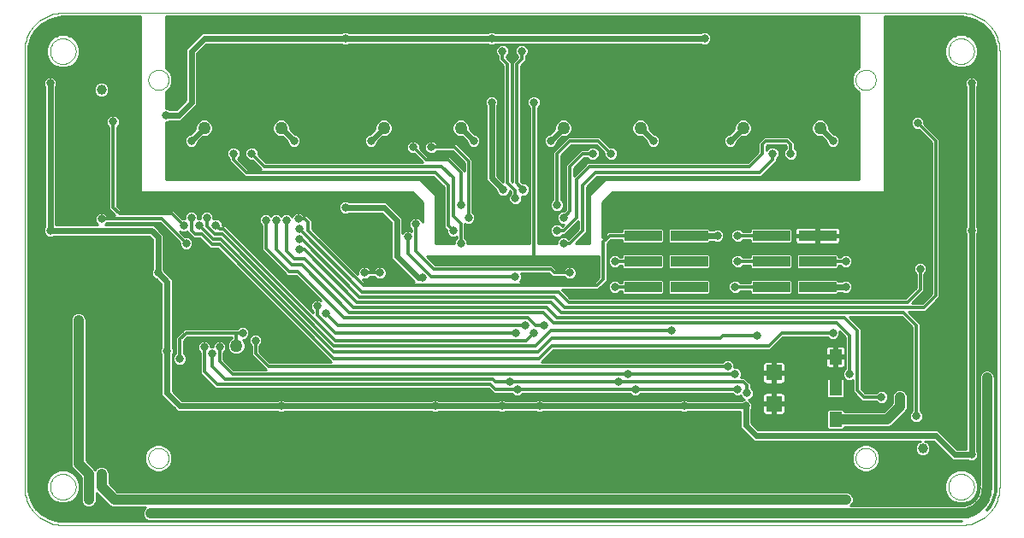
<source format=gbl>
G75*
%MOIN*%
%OFA0B0*%
%FSLAX24Y24*%
%IPPOS*%
%LPD*%
%AMOC8*
5,1,8,0,0,1.08239X$1,22.5*
%
%ADD10C,0.0000*%
%ADD11R,0.1450X0.0394*%
%ADD12C,0.0394*%
%ADD13C,0.0500*%
%ADD14C,0.0281*%
%ADD15C,0.0354*%
%ADD16R,0.0472X0.0591*%
%ADD17R,0.0591X0.0591*%
%ADD18C,0.0120*%
%ADD19C,0.0330*%
%ADD20C,0.0240*%
%ADD21C,0.0100*%
%ADD22C,0.0400*%
D10*
X017760Y016393D02*
X052760Y016393D01*
X052260Y017893D02*
X052262Y017937D01*
X052268Y017981D01*
X052278Y018024D01*
X052291Y018066D01*
X052308Y018107D01*
X052329Y018146D01*
X052353Y018183D01*
X052380Y018218D01*
X052410Y018250D01*
X052443Y018280D01*
X052479Y018306D01*
X052516Y018330D01*
X052556Y018349D01*
X052597Y018366D01*
X052640Y018378D01*
X052683Y018387D01*
X052727Y018392D01*
X052771Y018393D01*
X052815Y018390D01*
X052859Y018383D01*
X052902Y018372D01*
X052944Y018358D01*
X052984Y018340D01*
X053023Y018318D01*
X053059Y018294D01*
X053093Y018266D01*
X053125Y018235D01*
X053154Y018201D01*
X053180Y018165D01*
X053202Y018127D01*
X053221Y018087D01*
X053236Y018045D01*
X053248Y018003D01*
X053256Y017959D01*
X053260Y017915D01*
X053260Y017871D01*
X053256Y017827D01*
X053248Y017783D01*
X053236Y017741D01*
X053221Y017699D01*
X053202Y017659D01*
X053180Y017621D01*
X053154Y017585D01*
X053125Y017551D01*
X053093Y017520D01*
X053059Y017492D01*
X053023Y017468D01*
X052984Y017446D01*
X052944Y017428D01*
X052902Y017414D01*
X052859Y017403D01*
X052815Y017396D01*
X052771Y017393D01*
X052727Y017394D01*
X052683Y017399D01*
X052640Y017408D01*
X052597Y017420D01*
X052556Y017437D01*
X052516Y017456D01*
X052479Y017480D01*
X052443Y017506D01*
X052410Y017536D01*
X052380Y017568D01*
X052353Y017603D01*
X052329Y017640D01*
X052308Y017679D01*
X052291Y017720D01*
X052278Y017762D01*
X052268Y017805D01*
X052262Y017849D01*
X052260Y017893D01*
X052760Y016393D02*
X052836Y016395D01*
X052912Y016401D01*
X052987Y016410D01*
X053062Y016424D01*
X053136Y016441D01*
X053209Y016462D01*
X053281Y016486D01*
X053352Y016515D01*
X053421Y016546D01*
X053488Y016581D01*
X053553Y016620D01*
X053617Y016662D01*
X053678Y016707D01*
X053737Y016755D01*
X053793Y016806D01*
X053847Y016860D01*
X053898Y016916D01*
X053946Y016975D01*
X053991Y017036D01*
X054033Y017100D01*
X054072Y017165D01*
X054107Y017232D01*
X054138Y017301D01*
X054167Y017372D01*
X054191Y017444D01*
X054212Y017517D01*
X054229Y017591D01*
X054243Y017666D01*
X054252Y017741D01*
X054258Y017817D01*
X054260Y017893D01*
X054260Y034893D01*
X052260Y034893D02*
X052262Y034937D01*
X052268Y034981D01*
X052278Y035024D01*
X052291Y035066D01*
X052308Y035107D01*
X052329Y035146D01*
X052353Y035183D01*
X052380Y035218D01*
X052410Y035250D01*
X052443Y035280D01*
X052479Y035306D01*
X052516Y035330D01*
X052556Y035349D01*
X052597Y035366D01*
X052640Y035378D01*
X052683Y035387D01*
X052727Y035392D01*
X052771Y035393D01*
X052815Y035390D01*
X052859Y035383D01*
X052902Y035372D01*
X052944Y035358D01*
X052984Y035340D01*
X053023Y035318D01*
X053059Y035294D01*
X053093Y035266D01*
X053125Y035235D01*
X053154Y035201D01*
X053180Y035165D01*
X053202Y035127D01*
X053221Y035087D01*
X053236Y035045D01*
X053248Y035003D01*
X053256Y034959D01*
X053260Y034915D01*
X053260Y034871D01*
X053256Y034827D01*
X053248Y034783D01*
X053236Y034741D01*
X053221Y034699D01*
X053202Y034659D01*
X053180Y034621D01*
X053154Y034585D01*
X053125Y034551D01*
X053093Y034520D01*
X053059Y034492D01*
X053023Y034468D01*
X052984Y034446D01*
X052944Y034428D01*
X052902Y034414D01*
X052859Y034403D01*
X052815Y034396D01*
X052771Y034393D01*
X052727Y034394D01*
X052683Y034399D01*
X052640Y034408D01*
X052597Y034420D01*
X052556Y034437D01*
X052516Y034456D01*
X052479Y034480D01*
X052443Y034506D01*
X052410Y034536D01*
X052380Y034568D01*
X052353Y034603D01*
X052329Y034640D01*
X052308Y034679D01*
X052291Y034720D01*
X052278Y034762D01*
X052268Y034805D01*
X052262Y034849D01*
X052260Y034893D01*
X052760Y036393D02*
X052836Y036391D01*
X052912Y036385D01*
X052987Y036376D01*
X053062Y036362D01*
X053136Y036345D01*
X053209Y036324D01*
X053281Y036300D01*
X053352Y036271D01*
X053421Y036240D01*
X053488Y036205D01*
X053553Y036166D01*
X053617Y036124D01*
X053678Y036079D01*
X053737Y036031D01*
X053793Y035980D01*
X053847Y035926D01*
X053898Y035870D01*
X053946Y035811D01*
X053991Y035750D01*
X054033Y035686D01*
X054072Y035621D01*
X054107Y035554D01*
X054138Y035485D01*
X054167Y035414D01*
X054191Y035342D01*
X054212Y035269D01*
X054229Y035195D01*
X054243Y035120D01*
X054252Y035045D01*
X054258Y034969D01*
X054260Y034893D01*
X052760Y036393D02*
X017760Y036393D01*
X017260Y034893D02*
X017262Y034937D01*
X017268Y034981D01*
X017278Y035024D01*
X017291Y035066D01*
X017308Y035107D01*
X017329Y035146D01*
X017353Y035183D01*
X017380Y035218D01*
X017410Y035250D01*
X017443Y035280D01*
X017479Y035306D01*
X017516Y035330D01*
X017556Y035349D01*
X017597Y035366D01*
X017640Y035378D01*
X017683Y035387D01*
X017727Y035392D01*
X017771Y035393D01*
X017815Y035390D01*
X017859Y035383D01*
X017902Y035372D01*
X017944Y035358D01*
X017984Y035340D01*
X018023Y035318D01*
X018059Y035294D01*
X018093Y035266D01*
X018125Y035235D01*
X018154Y035201D01*
X018180Y035165D01*
X018202Y035127D01*
X018221Y035087D01*
X018236Y035045D01*
X018248Y035003D01*
X018256Y034959D01*
X018260Y034915D01*
X018260Y034871D01*
X018256Y034827D01*
X018248Y034783D01*
X018236Y034741D01*
X018221Y034699D01*
X018202Y034659D01*
X018180Y034621D01*
X018154Y034585D01*
X018125Y034551D01*
X018093Y034520D01*
X018059Y034492D01*
X018023Y034468D01*
X017984Y034446D01*
X017944Y034428D01*
X017902Y034414D01*
X017859Y034403D01*
X017815Y034396D01*
X017771Y034393D01*
X017727Y034394D01*
X017683Y034399D01*
X017640Y034408D01*
X017597Y034420D01*
X017556Y034437D01*
X017516Y034456D01*
X017479Y034480D01*
X017443Y034506D01*
X017410Y034536D01*
X017380Y034568D01*
X017353Y034603D01*
X017329Y034640D01*
X017308Y034679D01*
X017291Y034720D01*
X017278Y034762D01*
X017268Y034805D01*
X017262Y034849D01*
X017260Y034893D01*
X016260Y034893D02*
X016262Y034969D01*
X016268Y035045D01*
X016277Y035120D01*
X016291Y035195D01*
X016308Y035269D01*
X016329Y035342D01*
X016353Y035414D01*
X016382Y035485D01*
X016413Y035554D01*
X016448Y035621D01*
X016487Y035686D01*
X016529Y035750D01*
X016574Y035811D01*
X016622Y035870D01*
X016673Y035926D01*
X016727Y035980D01*
X016783Y036031D01*
X016842Y036079D01*
X016903Y036124D01*
X016967Y036166D01*
X017032Y036205D01*
X017099Y036240D01*
X017168Y036271D01*
X017239Y036300D01*
X017311Y036324D01*
X017384Y036345D01*
X017458Y036362D01*
X017533Y036376D01*
X017608Y036385D01*
X017684Y036391D01*
X017760Y036393D01*
X016260Y034893D02*
X016260Y017893D01*
X017260Y017893D02*
X017262Y017937D01*
X017268Y017981D01*
X017278Y018024D01*
X017291Y018066D01*
X017308Y018107D01*
X017329Y018146D01*
X017353Y018183D01*
X017380Y018218D01*
X017410Y018250D01*
X017443Y018280D01*
X017479Y018306D01*
X017516Y018330D01*
X017556Y018349D01*
X017597Y018366D01*
X017640Y018378D01*
X017683Y018387D01*
X017727Y018392D01*
X017771Y018393D01*
X017815Y018390D01*
X017859Y018383D01*
X017902Y018372D01*
X017944Y018358D01*
X017984Y018340D01*
X018023Y018318D01*
X018059Y018294D01*
X018093Y018266D01*
X018125Y018235D01*
X018154Y018201D01*
X018180Y018165D01*
X018202Y018127D01*
X018221Y018087D01*
X018236Y018045D01*
X018248Y018003D01*
X018256Y017959D01*
X018260Y017915D01*
X018260Y017871D01*
X018256Y017827D01*
X018248Y017783D01*
X018236Y017741D01*
X018221Y017699D01*
X018202Y017659D01*
X018180Y017621D01*
X018154Y017585D01*
X018125Y017551D01*
X018093Y017520D01*
X018059Y017492D01*
X018023Y017468D01*
X017984Y017446D01*
X017944Y017428D01*
X017902Y017414D01*
X017859Y017403D01*
X017815Y017396D01*
X017771Y017393D01*
X017727Y017394D01*
X017683Y017399D01*
X017640Y017408D01*
X017597Y017420D01*
X017556Y017437D01*
X017516Y017456D01*
X017479Y017480D01*
X017443Y017506D01*
X017410Y017536D01*
X017380Y017568D01*
X017353Y017603D01*
X017329Y017640D01*
X017308Y017679D01*
X017291Y017720D01*
X017278Y017762D01*
X017268Y017805D01*
X017262Y017849D01*
X017260Y017893D01*
X016260Y017893D02*
X016262Y017817D01*
X016268Y017741D01*
X016277Y017666D01*
X016291Y017591D01*
X016308Y017517D01*
X016329Y017444D01*
X016353Y017372D01*
X016382Y017301D01*
X016413Y017232D01*
X016448Y017165D01*
X016487Y017100D01*
X016529Y017036D01*
X016574Y016975D01*
X016622Y016916D01*
X016673Y016860D01*
X016727Y016806D01*
X016783Y016755D01*
X016842Y016707D01*
X016903Y016662D01*
X016967Y016620D01*
X017032Y016581D01*
X017099Y016546D01*
X017168Y016515D01*
X017239Y016486D01*
X017311Y016462D01*
X017384Y016441D01*
X017458Y016424D01*
X017533Y016410D01*
X017608Y016401D01*
X017684Y016395D01*
X017760Y016393D01*
X021086Y019011D02*
X021088Y019050D01*
X021094Y019089D01*
X021104Y019127D01*
X021117Y019164D01*
X021134Y019199D01*
X021154Y019233D01*
X021178Y019264D01*
X021205Y019293D01*
X021234Y019319D01*
X021266Y019342D01*
X021300Y019362D01*
X021336Y019378D01*
X021373Y019390D01*
X021412Y019399D01*
X021451Y019404D01*
X021490Y019405D01*
X021529Y019402D01*
X021568Y019395D01*
X021605Y019384D01*
X021642Y019370D01*
X021677Y019352D01*
X021710Y019331D01*
X021741Y019306D01*
X021769Y019279D01*
X021794Y019249D01*
X021816Y019216D01*
X021835Y019182D01*
X021850Y019146D01*
X021862Y019108D01*
X021870Y019070D01*
X021874Y019031D01*
X021874Y018991D01*
X021870Y018952D01*
X021862Y018914D01*
X021850Y018876D01*
X021835Y018840D01*
X021816Y018806D01*
X021794Y018773D01*
X021769Y018743D01*
X021741Y018716D01*
X021710Y018691D01*
X021677Y018670D01*
X021642Y018652D01*
X021605Y018638D01*
X021568Y018627D01*
X021529Y018620D01*
X021490Y018617D01*
X021451Y018618D01*
X021412Y018623D01*
X021373Y018632D01*
X021336Y018644D01*
X021300Y018660D01*
X021266Y018680D01*
X021234Y018703D01*
X021205Y018729D01*
X021178Y018758D01*
X021154Y018789D01*
X021134Y018823D01*
X021117Y018858D01*
X021104Y018895D01*
X021094Y018933D01*
X021088Y018972D01*
X021086Y019011D01*
X021086Y033775D02*
X021088Y033814D01*
X021094Y033853D01*
X021104Y033891D01*
X021117Y033928D01*
X021134Y033963D01*
X021154Y033997D01*
X021178Y034028D01*
X021205Y034057D01*
X021234Y034083D01*
X021266Y034106D01*
X021300Y034126D01*
X021336Y034142D01*
X021373Y034154D01*
X021412Y034163D01*
X021451Y034168D01*
X021490Y034169D01*
X021529Y034166D01*
X021568Y034159D01*
X021605Y034148D01*
X021642Y034134D01*
X021677Y034116D01*
X021710Y034095D01*
X021741Y034070D01*
X021769Y034043D01*
X021794Y034013D01*
X021816Y033980D01*
X021835Y033946D01*
X021850Y033910D01*
X021862Y033872D01*
X021870Y033834D01*
X021874Y033795D01*
X021874Y033755D01*
X021870Y033716D01*
X021862Y033678D01*
X021850Y033640D01*
X021835Y033604D01*
X021816Y033570D01*
X021794Y033537D01*
X021769Y033507D01*
X021741Y033480D01*
X021710Y033455D01*
X021677Y033434D01*
X021642Y033416D01*
X021605Y033402D01*
X021568Y033391D01*
X021529Y033384D01*
X021490Y033381D01*
X021451Y033382D01*
X021412Y033387D01*
X021373Y033396D01*
X021336Y033408D01*
X021300Y033424D01*
X021266Y033444D01*
X021234Y033467D01*
X021205Y033493D01*
X021178Y033522D01*
X021154Y033553D01*
X021134Y033587D01*
X021117Y033622D01*
X021104Y033659D01*
X021094Y033697D01*
X021088Y033736D01*
X021086Y033775D01*
X048645Y033775D02*
X048647Y033814D01*
X048653Y033853D01*
X048663Y033891D01*
X048676Y033928D01*
X048693Y033963D01*
X048713Y033997D01*
X048737Y034028D01*
X048764Y034057D01*
X048793Y034083D01*
X048825Y034106D01*
X048859Y034126D01*
X048895Y034142D01*
X048932Y034154D01*
X048971Y034163D01*
X049010Y034168D01*
X049049Y034169D01*
X049088Y034166D01*
X049127Y034159D01*
X049164Y034148D01*
X049201Y034134D01*
X049236Y034116D01*
X049269Y034095D01*
X049300Y034070D01*
X049328Y034043D01*
X049353Y034013D01*
X049375Y033980D01*
X049394Y033946D01*
X049409Y033910D01*
X049421Y033872D01*
X049429Y033834D01*
X049433Y033795D01*
X049433Y033755D01*
X049429Y033716D01*
X049421Y033678D01*
X049409Y033640D01*
X049394Y033604D01*
X049375Y033570D01*
X049353Y033537D01*
X049328Y033507D01*
X049300Y033480D01*
X049269Y033455D01*
X049236Y033434D01*
X049201Y033416D01*
X049164Y033402D01*
X049127Y033391D01*
X049088Y033384D01*
X049049Y033381D01*
X049010Y033382D01*
X048971Y033387D01*
X048932Y033396D01*
X048895Y033408D01*
X048859Y033424D01*
X048825Y033444D01*
X048793Y033467D01*
X048764Y033493D01*
X048737Y033522D01*
X048713Y033553D01*
X048693Y033587D01*
X048676Y033622D01*
X048663Y033659D01*
X048653Y033697D01*
X048647Y033736D01*
X048645Y033775D01*
X048645Y019011D02*
X048647Y019050D01*
X048653Y019089D01*
X048663Y019127D01*
X048676Y019164D01*
X048693Y019199D01*
X048713Y019233D01*
X048737Y019264D01*
X048764Y019293D01*
X048793Y019319D01*
X048825Y019342D01*
X048859Y019362D01*
X048895Y019378D01*
X048932Y019390D01*
X048971Y019399D01*
X049010Y019404D01*
X049049Y019405D01*
X049088Y019402D01*
X049127Y019395D01*
X049164Y019384D01*
X049201Y019370D01*
X049236Y019352D01*
X049269Y019331D01*
X049300Y019306D01*
X049328Y019279D01*
X049353Y019249D01*
X049375Y019216D01*
X049394Y019182D01*
X049409Y019146D01*
X049421Y019108D01*
X049429Y019070D01*
X049433Y019031D01*
X049433Y018991D01*
X049429Y018952D01*
X049421Y018914D01*
X049409Y018876D01*
X049394Y018840D01*
X049375Y018806D01*
X049353Y018773D01*
X049328Y018743D01*
X049300Y018716D01*
X049269Y018691D01*
X049236Y018670D01*
X049201Y018652D01*
X049164Y018638D01*
X049127Y018627D01*
X049088Y018620D01*
X049049Y018617D01*
X049010Y018618D01*
X048971Y018623D01*
X048932Y018632D01*
X048895Y018644D01*
X048859Y018660D01*
X048825Y018680D01*
X048793Y018703D01*
X048764Y018729D01*
X048737Y018758D01*
X048713Y018789D01*
X048693Y018823D01*
X048676Y018858D01*
X048663Y018895D01*
X048653Y018933D01*
X048647Y018972D01*
X048645Y019011D01*
D11*
X047160Y025693D03*
X047160Y026693D03*
X047160Y027693D03*
X045360Y027693D03*
X045360Y026693D03*
X045360Y025693D03*
X042160Y025693D03*
X042160Y026693D03*
X042160Y027693D03*
X040360Y027693D03*
X040360Y026693D03*
X040360Y025693D03*
D12*
X051260Y019393D03*
X019260Y033393D03*
D13*
X023260Y031893D03*
X026260Y031893D03*
X030260Y031893D03*
X033260Y031893D03*
X037260Y031893D03*
X040260Y031893D03*
X044260Y031893D03*
X047260Y031893D03*
X024510Y023393D03*
D14*
X017776Y022715D02*
X017776Y022503D01*
X017776Y022715D02*
X017870Y022715D01*
X017870Y022503D01*
X017776Y022503D01*
X017776Y024472D02*
X017776Y024684D01*
X017870Y024684D01*
X017870Y024472D01*
X017776Y024472D01*
D15*
X016888Y024971D02*
X016632Y024971D01*
X016632Y022215D02*
X016888Y022215D01*
D16*
X047861Y021743D03*
X047861Y020523D03*
X047861Y022964D03*
D17*
X045460Y022354D03*
X045460Y021133D03*
D18*
X044410Y021543D02*
X044410Y021843D01*
X044260Y021993D01*
X039410Y021993D01*
X035160Y021993D01*
X034610Y021993D01*
X034510Y022093D01*
X024060Y022093D01*
X023560Y022593D01*
X023560Y023093D01*
X023860Y023343D02*
X023860Y022793D01*
X024360Y022293D01*
X039760Y022293D01*
X043947Y022293D01*
X043660Y022593D02*
X025760Y022593D01*
X025260Y023093D01*
X025260Y023593D01*
X024760Y023893D02*
X024510Y023893D01*
X024510Y023393D01*
X024510Y023893D02*
X022560Y023893D01*
X022310Y023643D01*
X022310Y022893D01*
X023260Y023343D02*
X023260Y022393D01*
X023760Y021893D01*
X034410Y021893D01*
X034610Y021693D01*
X035460Y021693D01*
X040060Y021693D01*
X044047Y021693D01*
X045260Y023393D02*
X036810Y023393D01*
X036310Y022893D01*
X028310Y022893D01*
X023860Y027343D01*
X023560Y027343D01*
X023160Y027743D01*
X022910Y027743D01*
X022760Y027893D01*
X022760Y028393D01*
X023060Y028093D02*
X023610Y027543D01*
X023910Y027543D01*
X028310Y023143D01*
X036260Y023143D01*
X036810Y023693D01*
X043360Y023693D01*
X043460Y023793D01*
X044810Y023793D01*
X045260Y023393D02*
X045760Y023893D01*
X047760Y023893D01*
X047910Y024293D02*
X036860Y024293D01*
X036460Y024693D01*
X028910Y024693D01*
X027060Y026543D01*
X026660Y026543D01*
X026060Y027143D01*
X026060Y028293D01*
X026460Y028293D02*
X026460Y027093D01*
X026760Y026793D01*
X027160Y026793D01*
X029060Y024893D01*
X036610Y024893D01*
X037010Y024493D01*
X048210Y024493D01*
X048710Y023993D01*
X048710Y021643D01*
X048960Y021393D01*
X049655Y021393D01*
X048410Y022293D02*
X048410Y023793D01*
X047910Y024293D01*
X050510Y024693D02*
X037160Y024693D01*
X036760Y025093D01*
X029210Y025093D01*
X027160Y027143D01*
X026960Y027143D01*
X026960Y027543D02*
X027060Y027543D01*
X029310Y025293D01*
X036910Y025293D01*
X037310Y024893D01*
X051306Y024893D01*
X051760Y025347D01*
X051760Y031393D01*
X051060Y032093D01*
X046114Y031268D02*
X046114Y030893D01*
X046114Y031268D02*
X045989Y031393D01*
X045135Y031393D01*
X045010Y031268D01*
X045010Y030893D01*
X044510Y030393D01*
X038260Y030393D01*
X037760Y029893D01*
X037760Y028393D01*
X037260Y027893D01*
X037010Y027893D01*
X037260Y027393D02*
X037510Y027393D01*
X038010Y027893D01*
X038010Y029643D01*
X038510Y030143D01*
X044905Y030143D01*
X045405Y030643D01*
X045405Y030893D01*
X045360Y027693D02*
X044047Y027693D01*
X044047Y026693D02*
X045360Y026693D01*
X045360Y025693D02*
X043947Y025693D01*
X041460Y023993D02*
X036760Y023993D01*
X036160Y023393D01*
X028310Y023393D01*
X023960Y027743D01*
X023660Y027743D01*
X023360Y028043D01*
X023360Y028393D01*
X023710Y028093D02*
X023860Y027943D01*
X024010Y027943D01*
X028360Y023593D01*
X035810Y023593D01*
X036110Y023893D01*
X036160Y024193D02*
X035860Y024493D01*
X028710Y024493D01*
X026910Y026293D01*
X026560Y026293D01*
X025660Y027193D01*
X025660Y028293D01*
X026931Y028343D02*
X027185Y028343D01*
X027310Y028218D01*
X027310Y027893D01*
X029460Y025743D01*
X038560Y025743D01*
X038810Y025993D01*
X038810Y027443D01*
X039060Y027693D01*
X040360Y027693D01*
X040360Y026693D02*
X039260Y026693D01*
X039260Y025693D02*
X040360Y025693D01*
X037510Y026243D02*
X036910Y026243D01*
X036760Y026393D01*
X032210Y026393D01*
X031510Y027093D01*
X031510Y028143D01*
X031210Y027643D02*
X031210Y026993D01*
X032110Y026093D01*
X035385Y026093D01*
X036110Y026743D02*
X037260Y026743D01*
X036110Y026743D02*
X036110Y032893D01*
X035434Y034393D02*
X035434Y029743D01*
X035684Y029493D01*
X035385Y029467D02*
X035385Y029143D01*
X035385Y029467D02*
X035085Y029767D01*
X035085Y034393D01*
X034885Y034593D01*
X034885Y034893D01*
X035434Y034393D02*
X035634Y034593D01*
X035634Y034893D01*
X037510Y031393D02*
X038614Y031393D01*
X039114Y030893D01*
X038405Y030893D02*
X038010Y030893D01*
X037510Y030393D01*
X037510Y028643D01*
X037260Y028393D01*
X037010Y028893D02*
X037010Y030893D01*
X037510Y031393D01*
X033560Y030593D02*
X033560Y028393D01*
X033260Y028143D02*
X033260Y027393D01*
X032960Y027893D02*
X032760Y028093D01*
X032760Y029643D01*
X032260Y030143D01*
X024905Y030143D01*
X024405Y030643D01*
X024405Y030893D01*
X025114Y030893D02*
X025614Y030393D01*
X032510Y030393D01*
X032960Y029943D01*
X032960Y028443D01*
X033260Y028143D01*
X033260Y028893D02*
X033260Y030143D01*
X032760Y030643D01*
X031905Y030643D01*
X031405Y031143D01*
X032114Y031143D02*
X033010Y031143D01*
X033560Y030593D01*
X030110Y026243D02*
X029510Y026243D01*
X029410Y025493D02*
X026960Y027943D01*
X029410Y025493D02*
X037060Y025493D01*
X037460Y025093D01*
X050660Y025093D01*
X051160Y025593D01*
X051160Y026393D01*
X050510Y024693D02*
X051010Y024193D01*
X051010Y020643D01*
X048260Y026693D02*
X047160Y026693D01*
X036510Y024193D02*
X036160Y024193D01*
X035760Y024193D02*
X028460Y024193D01*
X028010Y024643D01*
X027660Y024593D02*
X027660Y024943D01*
X027660Y024593D02*
X028360Y023893D01*
X035410Y023893D01*
X022560Y027393D02*
X021610Y028343D01*
X019260Y028343D01*
X019710Y028793D02*
X019710Y032143D01*
X019710Y028793D02*
X019960Y028543D01*
X022010Y028543D01*
X022460Y028093D01*
D19*
X022460Y028093D03*
X022760Y028393D03*
X023060Y028093D03*
X023360Y028393D03*
X023710Y028093D03*
X023260Y028893D03*
X022260Y028893D03*
X021260Y028893D03*
X020260Y029393D03*
X019260Y028893D03*
X019260Y028343D03*
X018260Y028893D03*
X016760Y028893D03*
X017260Y027893D03*
X016760Y026393D03*
X019260Y026393D03*
X019510Y025143D03*
X020260Y024393D03*
X020760Y024893D03*
X021460Y026248D03*
X022560Y026743D03*
X022560Y027393D03*
X022760Y025893D03*
X024760Y025893D03*
X026760Y025893D03*
X027660Y024943D03*
X028010Y024643D03*
X029510Y026243D03*
X030110Y026243D03*
X030760Y026143D03*
X031760Y026043D03*
X033260Y027393D03*
X032960Y027893D03*
X033560Y028393D03*
X033260Y028893D03*
X031510Y028143D03*
X031210Y027643D03*
X031010Y028893D03*
X028760Y028793D03*
X026931Y028343D03*
X026960Y027943D03*
X026960Y027543D03*
X026960Y027143D03*
X026460Y028293D03*
X026060Y028293D03*
X025660Y028293D03*
X025860Y028693D03*
X024760Y027893D03*
X025114Y030893D03*
X024405Y030893D03*
X024760Y031893D03*
X024760Y033393D03*
X024760Y034893D03*
X028260Y034893D03*
X028760Y035393D03*
X028260Y033393D03*
X028260Y031893D03*
X026760Y031393D03*
X029760Y031393D03*
X031405Y031143D03*
X032114Y031143D03*
X031760Y031893D03*
X031760Y033393D03*
X031760Y034893D03*
X034460Y035393D03*
X034885Y034893D03*
X035634Y034893D03*
X036110Y032893D03*
X034460Y032893D03*
X033760Y031393D03*
X034910Y029493D03*
X035385Y029143D03*
X035684Y029493D03*
X037010Y028893D03*
X037260Y028393D03*
X037010Y027893D03*
X037260Y027393D03*
X037260Y026743D03*
X037510Y026243D03*
X039260Y026693D03*
X039260Y025693D03*
X041460Y023993D03*
X040760Y022993D03*
X039760Y022293D03*
X039410Y021993D03*
X040060Y021693D03*
X039260Y022993D03*
X037760Y022993D03*
X036510Y024193D03*
X036110Y023893D03*
X035760Y024193D03*
X035410Y023893D03*
X035160Y021993D03*
X035460Y021693D03*
X034860Y021043D03*
X034260Y021543D03*
X032760Y021543D03*
X032260Y021043D03*
X032760Y020393D03*
X033510Y019643D03*
X034260Y018893D03*
X035010Y019643D03*
X035760Y018893D03*
X035260Y017893D03*
X036760Y017893D03*
X038260Y017893D03*
X039760Y017893D03*
X041260Y017893D03*
X042260Y019393D03*
X042260Y020393D03*
X041960Y021043D03*
X043660Y020393D03*
X044360Y021043D03*
X044410Y021543D03*
X044047Y021693D03*
X043947Y022293D03*
X043660Y022593D03*
X044810Y023793D03*
X046760Y022393D03*
X048410Y022293D03*
X049760Y022893D03*
X050260Y024143D03*
X049260Y024143D03*
X047760Y023893D03*
X048260Y025693D03*
X048260Y026693D03*
X050510Y028143D03*
X049260Y028893D03*
X047760Y028893D03*
X046260Y028893D03*
X044760Y028893D03*
X043260Y028893D03*
X043260Y027693D03*
X044047Y027693D03*
X044047Y026693D03*
X043947Y025693D03*
X041760Y028893D03*
X040260Y028893D03*
X039114Y030893D03*
X038405Y030893D03*
X038760Y031893D03*
X038760Y033393D03*
X038760Y034893D03*
X042260Y034893D03*
X042760Y035393D03*
X042260Y033393D03*
X042260Y031893D03*
X043760Y031393D03*
X045405Y030893D03*
X046114Y030893D03*
X045760Y031893D03*
X045760Y033393D03*
X045760Y034893D03*
X050510Y035643D03*
X051260Y034643D03*
X050510Y033643D03*
X051060Y032093D03*
X050510Y030643D03*
X051260Y029393D03*
X052510Y028643D03*
X053160Y027893D03*
X053760Y026393D03*
X052760Y024693D03*
X051160Y026393D03*
X053760Y029393D03*
X052510Y030143D03*
X053760Y032143D03*
X053160Y033643D03*
X047760Y031393D03*
X040760Y031393D03*
X036760Y031393D03*
X035385Y026093D03*
X030760Y021543D03*
X029760Y021543D03*
X028760Y021543D03*
X027760Y021543D03*
X026760Y021543D03*
X026260Y021043D03*
X025760Y021543D03*
X024260Y021543D03*
X023560Y023093D03*
X023860Y023343D03*
X023260Y023343D03*
X022310Y022893D03*
X021810Y023193D03*
X021260Y023393D03*
X020760Y022893D03*
X020260Y022393D03*
X019760Y021893D03*
X020260Y019893D03*
X020260Y018393D03*
X019260Y018393D03*
X018760Y017393D03*
X017260Y018893D03*
X016760Y020893D03*
X018360Y024393D03*
X022060Y019893D03*
X022260Y018393D03*
X023760Y017393D03*
X024760Y017893D03*
X025010Y019643D03*
X026760Y020393D03*
X028260Y020393D03*
X027260Y018893D03*
X027760Y017893D03*
X030760Y017893D03*
X031260Y018893D03*
X030260Y020393D03*
X034260Y020393D03*
X035760Y020393D03*
X036342Y021043D03*
X037260Y020393D03*
X033760Y017893D03*
X026060Y022943D03*
X025260Y023593D03*
X024760Y023893D03*
X019260Y030393D03*
X018260Y030393D03*
X016760Y030393D03*
X016760Y032143D03*
X017260Y033643D03*
X019260Y034393D03*
X018760Y035893D03*
X021760Y032393D03*
X022760Y031393D03*
X019710Y032143D03*
X021160Y016843D03*
X045510Y020393D03*
X046760Y020893D03*
X046760Y019393D03*
X047510Y018643D03*
X046760Y017893D03*
X048260Y017393D03*
X052010Y018393D03*
X053160Y019143D03*
X051010Y020643D03*
X050364Y021393D03*
X049655Y021393D03*
X051510Y022143D03*
X052760Y022143D03*
X053760Y022143D03*
D20*
X051760Y019893D02*
X044760Y019893D01*
X044360Y020293D01*
X044360Y021043D01*
X041960Y021043D01*
X036342Y021043D01*
X034860Y021043D01*
X032260Y021043D01*
X026260Y021043D01*
X022314Y021043D01*
X021810Y021548D01*
X021810Y023193D01*
X021810Y025898D01*
X021460Y026248D01*
X021460Y027643D01*
X021210Y027893D01*
X017260Y027893D01*
X017260Y033643D01*
X021760Y032393D02*
X022260Y032393D01*
X022760Y032893D01*
X022760Y034893D01*
X023260Y035393D01*
X028760Y035393D01*
X034460Y035393D01*
X042760Y035393D01*
X044260Y031893D02*
X043760Y031393D01*
X040760Y031393D02*
X040260Y031893D01*
X037260Y031893D02*
X036760Y031393D01*
X034910Y029493D02*
X034460Y029943D01*
X034460Y032893D01*
X033260Y031893D02*
X033760Y031393D01*
X030260Y031893D02*
X029760Y031393D01*
X026760Y031393D02*
X026260Y031893D01*
X023260Y031893D02*
X022760Y031393D01*
X028760Y028793D02*
X030260Y028793D01*
X030760Y028293D01*
X030760Y026893D01*
X031610Y026043D01*
X031760Y026043D01*
X042160Y027693D02*
X043260Y027693D01*
X047160Y025693D02*
X048260Y025693D01*
X053160Y027893D02*
X053160Y019143D01*
X052510Y019143D01*
X051760Y019893D01*
X053160Y027893D02*
X053160Y033643D01*
X047760Y031393D02*
X047260Y031893D01*
D21*
X017583Y016555D02*
X017243Y016646D01*
X016938Y016822D01*
X016688Y017071D01*
X016512Y017377D01*
X016421Y017717D01*
X016410Y017893D01*
X016410Y034893D01*
X016421Y035070D01*
X016512Y035410D01*
X016688Y035715D01*
X016938Y035964D01*
X017243Y036141D01*
X017583Y036232D01*
X017760Y036243D01*
X020760Y036243D01*
X020760Y029393D01*
X031360Y029393D01*
X031760Y028993D01*
X031760Y028232D01*
X031734Y028293D01*
X031660Y028368D01*
X031562Y028408D01*
X031457Y028408D01*
X031359Y028368D01*
X031285Y028293D01*
X031245Y028196D01*
X031245Y028091D01*
X031285Y027993D01*
X031350Y027929D01*
X031350Y027872D01*
X031262Y027908D01*
X031157Y027908D01*
X031059Y027868D01*
X030985Y027793D01*
X030980Y027781D01*
X030980Y028384D01*
X030480Y028884D01*
X030351Y029013D01*
X028914Y029013D01*
X028910Y029018D01*
X028812Y029058D01*
X028707Y029058D01*
X028609Y029018D01*
X028535Y028943D01*
X028495Y028846D01*
X028495Y028741D01*
X028535Y028643D01*
X028609Y028569D01*
X028707Y028528D01*
X028812Y028528D01*
X028910Y028569D01*
X028914Y028573D01*
X030168Y028573D01*
X030540Y028202D01*
X030540Y026802D01*
X030668Y026673D01*
X031438Y025903D01*
X029526Y025903D01*
X029447Y025983D01*
X029457Y025978D01*
X029562Y025978D01*
X029660Y026019D01*
X029724Y026083D01*
X029895Y026083D01*
X029959Y026019D01*
X030057Y025978D01*
X030162Y025978D01*
X030260Y026019D01*
X030334Y026093D01*
X030375Y026191D01*
X030375Y026296D01*
X030334Y026393D01*
X030260Y026468D01*
X030162Y026508D01*
X030057Y026508D01*
X029959Y026468D01*
X029895Y026403D01*
X029724Y026403D01*
X029660Y026468D01*
X029562Y026508D01*
X029457Y026508D01*
X029359Y026468D01*
X029285Y026393D01*
X029245Y026296D01*
X029245Y026191D01*
X029249Y026180D01*
X027470Y027960D01*
X027470Y028285D01*
X027251Y028503D01*
X027146Y028503D01*
X027081Y028568D01*
X026984Y028608D01*
X026878Y028608D01*
X026781Y028568D01*
X026706Y028493D01*
X026685Y028441D01*
X026684Y028443D01*
X026610Y028518D01*
X026512Y028558D01*
X026407Y028558D01*
X026309Y028518D01*
X026260Y028468D01*
X026210Y028518D01*
X026112Y028558D01*
X026007Y028558D01*
X025909Y028518D01*
X025860Y028468D01*
X025810Y028518D01*
X025712Y028558D01*
X025607Y028558D01*
X025509Y028518D01*
X025435Y028443D01*
X025395Y028346D01*
X025395Y028241D01*
X025435Y028143D01*
X025500Y028079D01*
X025500Y027127D01*
X026400Y026227D01*
X026493Y026133D01*
X026843Y026133D01*
X027808Y025169D01*
X027712Y025208D01*
X027607Y025208D01*
X027509Y025168D01*
X027435Y025093D01*
X027395Y024996D01*
X027395Y024891D01*
X027435Y024793D01*
X027500Y024729D01*
X027500Y024680D01*
X024170Y028010D01*
X024076Y028103D01*
X023975Y028103D01*
X023975Y028146D01*
X023934Y028243D01*
X023860Y028318D01*
X023762Y028358D01*
X023657Y028358D01*
X023625Y028345D01*
X023625Y028446D01*
X023584Y028543D01*
X023510Y028618D01*
X023412Y028658D01*
X023307Y028658D01*
X023209Y028618D01*
X023135Y028543D01*
X023095Y028446D01*
X023095Y028358D01*
X023025Y028358D01*
X023025Y028446D01*
X022984Y028543D01*
X022910Y028618D01*
X022812Y028658D01*
X022707Y028658D01*
X022609Y028618D01*
X022535Y028543D01*
X022495Y028446D01*
X022495Y028358D01*
X022421Y028358D01*
X022076Y028703D01*
X020026Y028703D01*
X019870Y028860D01*
X019870Y031929D01*
X019934Y031993D01*
X019975Y032091D01*
X019975Y032196D01*
X019934Y032293D01*
X019860Y032368D01*
X019762Y032408D01*
X019657Y032408D01*
X019559Y032368D01*
X019485Y032293D01*
X019445Y032196D01*
X019445Y032091D01*
X019485Y031993D01*
X019550Y031929D01*
X019550Y028727D01*
X019643Y028633D01*
X019773Y028503D01*
X019474Y028503D01*
X019410Y028568D01*
X019312Y028608D01*
X019207Y028608D01*
X019109Y028568D01*
X019035Y028493D01*
X018995Y028396D01*
X018995Y028291D01*
X019035Y028193D01*
X019109Y028119D01*
X019122Y028113D01*
X017480Y028113D01*
X017480Y033489D01*
X017484Y033493D01*
X017525Y033591D01*
X017525Y033696D01*
X017484Y033793D01*
X017410Y033868D01*
X017312Y033908D01*
X017207Y033908D01*
X017109Y033868D01*
X017035Y033793D01*
X016995Y033696D01*
X016995Y033591D01*
X017035Y033493D01*
X017040Y033489D01*
X017040Y028048D01*
X017035Y028043D01*
X016995Y027946D01*
X016995Y027841D01*
X017035Y027743D01*
X017109Y027669D01*
X017207Y027628D01*
X017312Y027628D01*
X017410Y027669D01*
X017414Y027673D01*
X021118Y027673D01*
X021240Y027552D01*
X021240Y026402D01*
X021235Y026398D01*
X021195Y026300D01*
X021195Y026195D01*
X021235Y026098D01*
X021309Y026023D01*
X021407Y025983D01*
X021413Y025983D01*
X021590Y025807D01*
X021590Y023348D01*
X021585Y023343D01*
X021545Y023246D01*
X021545Y023141D01*
X021585Y023043D01*
X021590Y023039D01*
X021590Y021457D01*
X021718Y021328D01*
X022094Y020952D01*
X022223Y020823D01*
X026105Y020823D01*
X026109Y020819D01*
X026207Y020778D01*
X026312Y020778D01*
X026410Y020819D01*
X026414Y020823D01*
X032105Y020823D01*
X032109Y020819D01*
X032207Y020778D01*
X032312Y020778D01*
X032410Y020819D01*
X032414Y020823D01*
X034705Y020823D01*
X034709Y020819D01*
X034807Y020778D01*
X034912Y020778D01*
X035010Y020819D01*
X035014Y020823D01*
X036187Y020823D01*
X036192Y020819D01*
X036289Y020778D01*
X036395Y020778D01*
X036492Y020819D01*
X036497Y020823D01*
X041805Y020823D01*
X041809Y020819D01*
X041907Y020778D01*
X042012Y020778D01*
X042110Y020819D01*
X042114Y020823D01*
X044140Y020823D01*
X044140Y020202D01*
X044268Y020073D01*
X044668Y019673D01*
X051160Y019673D01*
X051091Y019645D01*
X051008Y019561D01*
X050963Y019452D01*
X050963Y019334D01*
X051008Y019225D01*
X051091Y019142D01*
X051200Y019096D01*
X051319Y019096D01*
X051428Y019142D01*
X051511Y019225D01*
X051556Y019334D01*
X051556Y019452D01*
X051511Y019561D01*
X051428Y019645D01*
X051359Y019673D01*
X051668Y019673D01*
X052418Y018923D01*
X053005Y018923D01*
X053009Y018919D01*
X053107Y018878D01*
X053212Y018878D01*
X053310Y018919D01*
X053384Y018993D01*
X053425Y019091D01*
X053425Y019196D01*
X053384Y019293D01*
X053380Y019298D01*
X053380Y027739D01*
X053384Y027743D01*
X053425Y027841D01*
X053425Y027946D01*
X053384Y028043D01*
X053380Y028048D01*
X053380Y033489D01*
X053384Y033493D01*
X053425Y033591D01*
X053425Y033696D01*
X053384Y033793D01*
X053310Y033868D01*
X053212Y033908D01*
X053107Y033908D01*
X053009Y033868D01*
X052935Y033793D01*
X052895Y033696D01*
X052895Y033591D01*
X052935Y033493D01*
X052940Y033489D01*
X052940Y028048D01*
X052935Y028043D01*
X052895Y027946D01*
X052895Y027841D01*
X052935Y027743D01*
X052940Y027739D01*
X052940Y019363D01*
X052601Y019363D01*
X051851Y020113D01*
X044851Y020113D01*
X044580Y020384D01*
X044580Y020889D01*
X044584Y020893D01*
X044625Y020991D01*
X044625Y021096D01*
X044584Y021193D01*
X044510Y021268D01*
X044473Y021283D01*
X044560Y021319D01*
X044634Y021393D01*
X044675Y021491D01*
X044675Y021596D01*
X044634Y021693D01*
X044570Y021758D01*
X044570Y021910D01*
X044476Y022003D01*
X044420Y022060D01*
X044326Y022153D01*
X044176Y022153D01*
X044212Y022241D01*
X044212Y022346D01*
X044172Y022443D01*
X044097Y022518D01*
X044000Y022558D01*
X043925Y022558D01*
X043925Y022646D01*
X043884Y022743D01*
X043810Y022818D01*
X043712Y022858D01*
X043607Y022858D01*
X043509Y022818D01*
X043445Y022753D01*
X036396Y022753D01*
X036876Y023233D01*
X045326Y023233D01*
X045420Y023327D01*
X045826Y023733D01*
X047545Y023733D01*
X047609Y023669D01*
X047707Y023628D01*
X047812Y023628D01*
X047910Y023669D01*
X047984Y023743D01*
X048025Y023841D01*
X048025Y023946D01*
X048020Y023956D01*
X048250Y023727D01*
X048250Y022508D01*
X048185Y022443D01*
X048145Y022346D01*
X048145Y022241D01*
X048185Y022143D01*
X048259Y022069D01*
X048357Y022028D01*
X048462Y022028D01*
X048550Y022064D01*
X048550Y021577D01*
X048643Y021483D01*
X048893Y021233D01*
X049440Y021233D01*
X049505Y021169D01*
X049602Y021128D01*
X049708Y021128D01*
X049805Y021169D01*
X049880Y021243D01*
X049920Y021341D01*
X049920Y021446D01*
X049880Y021543D01*
X049805Y021618D01*
X049708Y021658D01*
X049602Y021658D01*
X049505Y021618D01*
X049440Y021553D01*
X049026Y021553D01*
X048870Y021710D01*
X048870Y024060D01*
X048396Y024533D01*
X050443Y024533D01*
X050850Y024127D01*
X050850Y020858D01*
X050785Y020793D01*
X050745Y020696D01*
X050745Y020591D01*
X050785Y020493D01*
X050859Y020419D01*
X050957Y020378D01*
X051062Y020378D01*
X051160Y020419D01*
X051234Y020493D01*
X051275Y020591D01*
X051275Y020696D01*
X051234Y020793D01*
X051170Y020858D01*
X051170Y024260D01*
X050696Y024733D01*
X051372Y024733D01*
X051826Y025187D01*
X051920Y025281D01*
X051920Y031460D01*
X051325Y032055D01*
X052940Y032055D01*
X052940Y032153D02*
X051321Y032153D01*
X051325Y032146D02*
X051284Y032243D01*
X051210Y032318D01*
X051112Y032358D01*
X051007Y032358D01*
X050909Y032318D01*
X050835Y032243D01*
X050795Y032146D01*
X050795Y032041D01*
X050835Y031943D01*
X050909Y031869D01*
X051007Y031828D01*
X051098Y031828D01*
X051600Y031327D01*
X051600Y025413D01*
X051240Y025053D01*
X050846Y025053D01*
X051320Y025527D01*
X051320Y026179D01*
X051384Y026243D01*
X051425Y026341D01*
X051425Y026446D01*
X051384Y026543D01*
X051310Y026618D01*
X051212Y026658D01*
X051107Y026658D01*
X051009Y026618D01*
X050935Y026543D01*
X050895Y026446D01*
X050895Y026341D01*
X050935Y026243D01*
X051000Y026179D01*
X051000Y025660D01*
X050593Y025253D01*
X037526Y025253D01*
X037196Y025583D01*
X038626Y025583D01*
X038720Y025677D01*
X038970Y025927D01*
X038970Y027377D01*
X039126Y027533D01*
X039535Y027533D01*
X039535Y027455D01*
X039593Y027396D01*
X041126Y027396D01*
X041185Y027455D01*
X041185Y027932D01*
X041126Y027990D01*
X039593Y027990D01*
X039535Y027932D01*
X039535Y027853D01*
X038993Y027853D01*
X038900Y027760D01*
X038900Y027760D01*
X038760Y027620D01*
X038760Y028993D01*
X039160Y029393D01*
X049760Y029393D01*
X049760Y036243D01*
X052760Y036243D01*
X052936Y036232D01*
X053276Y036141D01*
X053581Y035964D01*
X053831Y035715D01*
X054007Y035410D01*
X054098Y035070D01*
X054110Y034893D01*
X054110Y017893D01*
X054098Y017717D01*
X054007Y017377D01*
X054007Y017377D01*
X053831Y017071D01*
X053757Y016998D01*
X053954Y017286D01*
X053954Y017286D01*
X054070Y017696D01*
X054060Y017901D01*
X054060Y022203D01*
X054014Y022313D01*
X053929Y022398D01*
X053819Y022443D01*
X053700Y022443D01*
X053590Y022398D01*
X053505Y022313D01*
X053460Y022203D01*
X053460Y017945D01*
X053457Y017938D01*
X053460Y017886D01*
X053460Y017868D01*
X053456Y017765D01*
X053395Y017548D01*
X053267Y017361D01*
X053087Y017224D01*
X052873Y017152D01*
X052760Y017143D01*
X048434Y017143D01*
X048514Y017223D01*
X048560Y017334D01*
X048560Y017453D01*
X048514Y017563D01*
X048429Y017648D01*
X048319Y017693D01*
X019884Y017693D01*
X019560Y018018D01*
X019560Y018453D01*
X019514Y018563D01*
X019429Y018648D01*
X019319Y018693D01*
X019200Y018693D01*
X019090Y018648D01*
X019010Y018568D01*
X018660Y018918D01*
X018660Y024453D01*
X018614Y024563D01*
X018529Y024648D01*
X018419Y024693D01*
X018300Y024693D01*
X018190Y024648D01*
X018105Y024563D01*
X018060Y024453D01*
X018060Y018734D01*
X018105Y018623D01*
X018460Y018269D01*
X018460Y017334D01*
X018505Y017223D01*
X018590Y017139D01*
X018700Y017093D01*
X018819Y017093D01*
X018929Y017139D01*
X019014Y017223D01*
X019060Y017334D01*
X019060Y017669D01*
X019090Y017639D01*
X019590Y017139D01*
X019700Y017093D01*
X020985Y017093D01*
X020905Y017013D01*
X020860Y016903D01*
X020860Y016784D01*
X020905Y016673D01*
X020990Y016589D01*
X021100Y016543D01*
X052760Y016543D01*
X052760Y016543D01*
X017760Y016543D01*
X017583Y016555D01*
X017451Y016590D02*
X020988Y016590D01*
X020899Y016689D02*
X017169Y016689D01*
X016998Y016787D02*
X020860Y016787D01*
X020860Y016886D02*
X016874Y016886D01*
X016776Y016984D02*
X020893Y016984D01*
X020975Y017083D02*
X016682Y017083D01*
X016625Y017181D02*
X018547Y017181D01*
X018482Y017280D02*
X017977Y017280D01*
X017889Y017243D02*
X018128Y017342D01*
X018311Y017525D01*
X018410Y017764D01*
X018410Y018023D01*
X018311Y018262D01*
X018128Y018444D01*
X017889Y018543D01*
X017630Y018543D01*
X017391Y018444D01*
X017208Y018262D01*
X017110Y018023D01*
X017110Y017764D01*
X017208Y017525D01*
X017391Y017342D01*
X017630Y017243D01*
X017889Y017243D01*
X018164Y017378D02*
X018460Y017378D01*
X018460Y017477D02*
X018262Y017477D01*
X018331Y017575D02*
X018460Y017575D01*
X018460Y017674D02*
X018372Y017674D01*
X018410Y017772D02*
X018460Y017772D01*
X018460Y017871D02*
X018410Y017871D01*
X018410Y017969D02*
X018460Y017969D01*
X018460Y018068D02*
X018391Y018068D01*
X018350Y018166D02*
X018460Y018166D01*
X018460Y018265D02*
X018307Y018265D01*
X018365Y018363D02*
X018209Y018363D01*
X018267Y018462D02*
X018086Y018462D01*
X018168Y018560D02*
X016410Y018560D01*
X016410Y018462D02*
X017433Y018462D01*
X017310Y018363D02*
X016410Y018363D01*
X016410Y018265D02*
X017212Y018265D01*
X017169Y018166D02*
X016410Y018166D01*
X016410Y018068D02*
X017128Y018068D01*
X017110Y017969D02*
X016410Y017969D01*
X016411Y017871D02*
X017110Y017871D01*
X017110Y017772D02*
X016417Y017772D01*
X016433Y017674D02*
X017147Y017674D01*
X017188Y017575D02*
X016459Y017575D01*
X016485Y017477D02*
X017257Y017477D01*
X017355Y017378D02*
X016512Y017378D01*
X016568Y017280D02*
X017542Y017280D01*
X018972Y017181D02*
X019547Y017181D01*
X019449Y017280D02*
X019037Y017280D01*
X019060Y017378D02*
X019350Y017378D01*
X019252Y017477D02*
X019060Y017477D01*
X019060Y017575D02*
X019153Y017575D01*
X019608Y017969D02*
X052110Y017969D01*
X052110Y018023D02*
X052110Y017764D01*
X052208Y017525D01*
X052391Y017342D01*
X052630Y017243D01*
X052889Y017243D01*
X053128Y017342D01*
X053311Y017525D01*
X053410Y017764D01*
X053410Y018023D01*
X053311Y018262D01*
X053128Y018444D01*
X052889Y018543D01*
X052630Y018543D01*
X052391Y018444D01*
X052208Y018262D01*
X052110Y018023D01*
X052128Y018068D02*
X019560Y018068D01*
X019560Y018166D02*
X052169Y018166D01*
X052212Y018265D02*
X019560Y018265D01*
X019560Y018363D02*
X052310Y018363D01*
X052433Y018462D02*
X019556Y018462D01*
X019515Y018560D02*
X021162Y018560D01*
X021172Y018550D02*
X021372Y018468D01*
X021588Y018468D01*
X021788Y018550D01*
X021941Y018703D01*
X022024Y018903D01*
X022024Y019120D01*
X021941Y019319D01*
X021788Y019472D01*
X021588Y019555D01*
X021372Y019555D01*
X021172Y019472D01*
X021019Y019319D01*
X020936Y019120D01*
X020936Y018903D01*
X021019Y018703D01*
X021172Y018550D01*
X021064Y018659D02*
X019402Y018659D01*
X019117Y018659D02*
X018918Y018659D01*
X018820Y018757D02*
X020997Y018757D01*
X020956Y018856D02*
X018721Y018856D01*
X018660Y018954D02*
X020936Y018954D01*
X020936Y019053D02*
X018660Y019053D01*
X018660Y019151D02*
X020949Y019151D01*
X020990Y019250D02*
X018660Y019250D01*
X018660Y019348D02*
X021048Y019348D01*
X021146Y019447D02*
X018660Y019447D01*
X018660Y019545D02*
X021348Y019545D01*
X021612Y019545D02*
X048907Y019545D01*
X048931Y019555D02*
X048731Y019472D01*
X048578Y019319D01*
X048495Y019120D01*
X048495Y018903D01*
X048578Y018703D01*
X048731Y018550D01*
X048931Y018468D01*
X049147Y018468D01*
X049347Y018550D01*
X049500Y018703D01*
X049583Y018903D01*
X049583Y019120D01*
X049500Y019319D01*
X049347Y019472D01*
X049147Y019555D01*
X048931Y019555D01*
X049171Y019545D02*
X051001Y019545D01*
X050963Y019447D02*
X049373Y019447D01*
X049471Y019348D02*
X050963Y019348D01*
X050998Y019250D02*
X049529Y019250D01*
X049570Y019151D02*
X051082Y019151D01*
X051437Y019151D02*
X052190Y019151D01*
X052092Y019250D02*
X051521Y019250D01*
X051556Y019348D02*
X051993Y019348D01*
X051895Y019447D02*
X051556Y019447D01*
X051518Y019545D02*
X051796Y019545D01*
X051698Y019644D02*
X051429Y019644D01*
X051090Y019644D02*
X018660Y019644D01*
X018660Y019742D02*
X044599Y019742D01*
X044501Y019841D02*
X018660Y019841D01*
X018660Y019939D02*
X044402Y019939D01*
X044304Y020038D02*
X018660Y020038D01*
X018660Y020136D02*
X044205Y020136D01*
X044140Y020235D02*
X018660Y020235D01*
X018660Y020333D02*
X044140Y020333D01*
X044140Y020432D02*
X018660Y020432D01*
X018660Y020530D02*
X044140Y020530D01*
X044140Y020629D02*
X018660Y020629D01*
X018660Y020727D02*
X044140Y020727D01*
X044580Y020727D02*
X045063Y020727D01*
X045072Y020718D02*
X045106Y020698D01*
X045144Y020688D01*
X045410Y020688D01*
X045410Y021083D01*
X045510Y021083D01*
X045510Y021183D01*
X045905Y021183D01*
X045905Y021448D01*
X045895Y021486D01*
X045875Y021520D01*
X045847Y021548D01*
X045813Y021568D01*
X045775Y021578D01*
X045510Y021578D01*
X045510Y021183D01*
X045410Y021183D01*
X045410Y021578D01*
X045144Y021578D01*
X045106Y021568D01*
X045072Y021548D01*
X045044Y021520D01*
X045024Y021486D01*
X045014Y021448D01*
X045014Y021183D01*
X045410Y021183D01*
X045410Y021083D01*
X045014Y021083D01*
X045014Y020818D01*
X045024Y020780D01*
X045044Y020746D01*
X045072Y020718D01*
X045014Y020826D02*
X044580Y020826D01*
X044597Y020924D02*
X045014Y020924D01*
X045014Y021023D02*
X044625Y021023D01*
X044614Y021121D02*
X045410Y021121D01*
X045410Y021023D02*
X045510Y021023D01*
X045510Y021083D02*
X045510Y020688D01*
X045775Y020688D01*
X045813Y020698D01*
X045847Y020718D01*
X045875Y020746D01*
X045895Y020780D01*
X045905Y020818D01*
X045905Y021083D01*
X045510Y021083D01*
X045510Y021121D02*
X050038Y021121D01*
X050064Y021147D02*
X049740Y020823D01*
X048197Y020823D01*
X048197Y020860D01*
X048139Y020918D01*
X047583Y020918D01*
X047525Y020860D01*
X047525Y020186D01*
X047583Y020128D01*
X048139Y020128D01*
X048197Y020186D01*
X048197Y020223D01*
X049924Y020223D01*
X050034Y020269D01*
X050534Y020769D01*
X050618Y020853D01*
X050664Y020963D01*
X050664Y021453D01*
X050618Y021563D01*
X050534Y021648D01*
X050424Y021693D01*
X050304Y021693D01*
X050194Y021648D01*
X050110Y021563D01*
X050064Y021453D01*
X050064Y021147D01*
X050064Y021220D02*
X049856Y021220D01*
X049911Y021318D02*
X050064Y021318D01*
X050064Y021417D02*
X049920Y021417D01*
X049891Y021515D02*
X050090Y021515D01*
X050160Y021614D02*
X049809Y021614D01*
X049501Y021614D02*
X048965Y021614D01*
X048870Y021712D02*
X050850Y021712D01*
X050850Y021614D02*
X050568Y021614D01*
X050638Y021515D02*
X050850Y021515D01*
X050850Y021417D02*
X050664Y021417D01*
X050664Y021318D02*
X050850Y021318D01*
X050850Y021220D02*
X050664Y021220D01*
X050664Y021121D02*
X050850Y021121D01*
X050850Y021023D02*
X050664Y021023D01*
X050648Y020924D02*
X050850Y020924D01*
X050817Y020826D02*
X050591Y020826D01*
X050493Y020727D02*
X050757Y020727D01*
X050745Y020629D02*
X050394Y020629D01*
X050296Y020530D02*
X050769Y020530D01*
X050846Y020432D02*
X050197Y020432D01*
X050099Y020333D02*
X052940Y020333D01*
X052940Y020235D02*
X049952Y020235D01*
X049743Y020826D02*
X048197Y020826D01*
X048139Y021348D02*
X047583Y021348D01*
X047525Y021407D01*
X047525Y022080D01*
X047583Y022139D01*
X048139Y022139D01*
X048197Y022080D01*
X048197Y021407D01*
X048139Y021348D01*
X048197Y021417D02*
X048710Y021417D01*
X048808Y021318D02*
X045905Y021318D01*
X045905Y021220D02*
X049454Y021220D01*
X049841Y020924D02*
X045905Y020924D01*
X045905Y020826D02*
X047525Y020826D01*
X047525Y020727D02*
X045856Y020727D01*
X045905Y021023D02*
X049940Y021023D01*
X050850Y021811D02*
X048870Y021811D01*
X048870Y021909D02*
X050850Y021909D01*
X050850Y022008D02*
X048870Y022008D01*
X048870Y022106D02*
X050850Y022106D01*
X050850Y022205D02*
X048870Y022205D01*
X048870Y022303D02*
X050850Y022303D01*
X050850Y022402D02*
X048870Y022402D01*
X048870Y022500D02*
X050850Y022500D01*
X050850Y022599D02*
X048870Y022599D01*
X048870Y022697D02*
X050850Y022697D01*
X050850Y022796D02*
X048870Y022796D01*
X048870Y022894D02*
X050850Y022894D01*
X050850Y022993D02*
X048870Y022993D01*
X048870Y023091D02*
X050850Y023091D01*
X050850Y023190D02*
X048870Y023190D01*
X048870Y023288D02*
X050850Y023288D01*
X050850Y023387D02*
X048870Y023387D01*
X048870Y023485D02*
X050850Y023485D01*
X050850Y023584D02*
X048870Y023584D01*
X048870Y023682D02*
X050850Y023682D01*
X050850Y023781D02*
X048870Y023781D01*
X048870Y023879D02*
X050850Y023879D01*
X050850Y023978D02*
X048870Y023978D01*
X048853Y024076D02*
X050850Y024076D01*
X050802Y024175D02*
X048754Y024175D01*
X048656Y024273D02*
X050703Y024273D01*
X050605Y024372D02*
X048557Y024372D01*
X048459Y024470D02*
X050506Y024470D01*
X050762Y024667D02*
X052940Y024667D01*
X052940Y024569D02*
X050860Y024569D01*
X050959Y024470D02*
X052940Y024470D01*
X052940Y024372D02*
X051057Y024372D01*
X051156Y024273D02*
X052940Y024273D01*
X052940Y024175D02*
X051170Y024175D01*
X051170Y024076D02*
X052940Y024076D01*
X052940Y023978D02*
X051170Y023978D01*
X051170Y023879D02*
X052940Y023879D01*
X052940Y023781D02*
X051170Y023781D01*
X051170Y023682D02*
X052940Y023682D01*
X052940Y023584D02*
X051170Y023584D01*
X051170Y023485D02*
X052940Y023485D01*
X052940Y023387D02*
X051170Y023387D01*
X051170Y023288D02*
X052940Y023288D01*
X052940Y023190D02*
X051170Y023190D01*
X051170Y023091D02*
X052940Y023091D01*
X052940Y022993D02*
X051170Y022993D01*
X051170Y022894D02*
X052940Y022894D01*
X052940Y022796D02*
X051170Y022796D01*
X051170Y022697D02*
X052940Y022697D01*
X052940Y022599D02*
X051170Y022599D01*
X051170Y022500D02*
X052940Y022500D01*
X052940Y022402D02*
X051170Y022402D01*
X051170Y022303D02*
X052940Y022303D01*
X052940Y022205D02*
X051170Y022205D01*
X051170Y022106D02*
X052940Y022106D01*
X052940Y022008D02*
X051170Y022008D01*
X051170Y021909D02*
X052940Y021909D01*
X052940Y021811D02*
X051170Y021811D01*
X051170Y021712D02*
X052940Y021712D01*
X052940Y021614D02*
X051170Y021614D01*
X051170Y021515D02*
X052940Y021515D01*
X052940Y021417D02*
X051170Y021417D01*
X051170Y021318D02*
X052940Y021318D01*
X052940Y021220D02*
X051170Y021220D01*
X051170Y021121D02*
X052940Y021121D01*
X052940Y021023D02*
X051170Y021023D01*
X051170Y020924D02*
X052940Y020924D01*
X052940Y020826D02*
X051202Y020826D01*
X051262Y020727D02*
X052940Y020727D01*
X052940Y020629D02*
X051275Y020629D01*
X051250Y020530D02*
X052940Y020530D01*
X052940Y020432D02*
X051173Y020432D01*
X051926Y020038D02*
X052940Y020038D01*
X052940Y020136D02*
X048147Y020136D01*
X047575Y020136D02*
X044828Y020136D01*
X044729Y020235D02*
X047525Y020235D01*
X047525Y020333D02*
X044631Y020333D01*
X044580Y020432D02*
X047525Y020432D01*
X047525Y020530D02*
X044580Y020530D01*
X044580Y020629D02*
X047525Y020629D01*
X047525Y021417D02*
X045905Y021417D01*
X045878Y021515D02*
X047525Y021515D01*
X047525Y021614D02*
X044667Y021614D01*
X044675Y021515D02*
X045041Y021515D01*
X045014Y021417D02*
X044644Y021417D01*
X044559Y021318D02*
X045014Y021318D01*
X045014Y021220D02*
X044558Y021220D01*
X044296Y021304D02*
X044209Y021268D01*
X044205Y021263D01*
X042114Y021263D01*
X042110Y021268D01*
X042012Y021308D01*
X041907Y021308D01*
X041809Y021268D01*
X041805Y021263D01*
X036497Y021263D01*
X036492Y021268D01*
X036395Y021308D01*
X036289Y021308D01*
X036192Y021268D01*
X036187Y021263D01*
X035014Y021263D01*
X035010Y021268D01*
X034912Y021308D01*
X034807Y021308D01*
X034709Y021268D01*
X034705Y021263D01*
X032414Y021263D01*
X032410Y021268D01*
X032312Y021308D01*
X032207Y021308D01*
X032109Y021268D01*
X032105Y021263D01*
X026414Y021263D01*
X026410Y021268D01*
X026312Y021308D01*
X026207Y021308D01*
X026109Y021268D01*
X026105Y021263D01*
X022405Y021263D01*
X022030Y021639D01*
X022030Y023039D01*
X022034Y023043D01*
X022075Y023141D01*
X022075Y023246D01*
X022034Y023343D01*
X022030Y023348D01*
X022030Y025989D01*
X021901Y026118D01*
X021725Y026294D01*
X021725Y026300D01*
X021684Y026398D01*
X021680Y026402D01*
X021680Y027734D01*
X021551Y027863D01*
X021301Y028113D01*
X019397Y028113D01*
X019410Y028119D01*
X019474Y028183D01*
X021543Y028183D01*
X022295Y027432D01*
X022295Y027341D01*
X022335Y027243D01*
X022409Y027169D01*
X022507Y027128D01*
X022612Y027128D01*
X022710Y027169D01*
X022784Y027243D01*
X022825Y027341D01*
X022825Y027446D01*
X022784Y027543D01*
X022710Y027618D01*
X022612Y027658D01*
X022521Y027658D01*
X022311Y027868D01*
X022407Y027828D01*
X022512Y027828D01*
X022600Y027864D01*
X022600Y027827D01*
X022750Y027677D01*
X022843Y027583D01*
X023093Y027583D01*
X023493Y027183D01*
X023793Y027183D01*
X028223Y022753D01*
X025826Y022753D01*
X025420Y023160D01*
X025420Y023379D01*
X025484Y023443D01*
X025525Y023541D01*
X025525Y023646D01*
X025484Y023743D01*
X025410Y023818D01*
X025312Y023858D01*
X025207Y023858D01*
X025109Y023818D01*
X025035Y023743D01*
X024995Y023646D01*
X024995Y023541D01*
X025035Y023443D01*
X025100Y023379D01*
X025100Y023027D01*
X025600Y022527D01*
X025673Y022453D01*
X024426Y022453D01*
X024020Y022860D01*
X024020Y023129D01*
X024084Y023193D01*
X024125Y023291D01*
X024125Y023396D01*
X024084Y023493D01*
X024010Y023568D01*
X023912Y023608D01*
X023807Y023608D01*
X023709Y023568D01*
X023635Y023493D01*
X023595Y023396D01*
X023595Y023358D01*
X023525Y023358D01*
X023525Y023396D01*
X023484Y023493D01*
X023410Y023568D01*
X023312Y023608D01*
X023207Y023608D01*
X023109Y023568D01*
X023035Y023493D01*
X022995Y023396D01*
X022995Y023291D01*
X023035Y023193D01*
X023100Y023129D01*
X023100Y022327D01*
X023193Y022233D01*
X023693Y021733D01*
X034343Y021733D01*
X034543Y021533D01*
X035245Y021533D01*
X035309Y021469D01*
X035407Y021428D01*
X035512Y021428D01*
X035610Y021469D01*
X035674Y021533D01*
X039845Y021533D01*
X039909Y021469D01*
X040007Y021428D01*
X040112Y021428D01*
X040210Y021469D01*
X040274Y021533D01*
X043832Y021533D01*
X043897Y021469D01*
X043994Y021428D01*
X044100Y021428D01*
X044160Y021453D01*
X044185Y021393D01*
X044259Y021319D01*
X044296Y021304D01*
X044260Y021318D02*
X022350Y021318D01*
X022251Y021417D02*
X044175Y021417D01*
X043850Y021515D02*
X040256Y021515D01*
X039863Y021515D02*
X035656Y021515D01*
X035263Y021515D02*
X022153Y021515D01*
X022054Y021614D02*
X034463Y021614D01*
X034364Y021712D02*
X022030Y021712D01*
X022030Y021811D02*
X023616Y021811D01*
X023517Y021909D02*
X022030Y021909D01*
X022030Y022008D02*
X023419Y022008D01*
X023320Y022106D02*
X022030Y022106D01*
X022030Y022205D02*
X023222Y022205D01*
X023123Y022303D02*
X022030Y022303D01*
X022030Y022402D02*
X023100Y022402D01*
X023100Y022500D02*
X022030Y022500D01*
X022030Y022599D02*
X023100Y022599D01*
X023100Y022697D02*
X022488Y022697D01*
X022460Y022669D02*
X022534Y022743D01*
X022575Y022841D01*
X022575Y022946D01*
X022534Y023043D01*
X022470Y023108D01*
X022470Y023577D01*
X022626Y023733D01*
X024350Y023733D01*
X024350Y023706D01*
X024311Y023690D01*
X024213Y023592D01*
X024160Y023463D01*
X024160Y023324D01*
X024213Y023195D01*
X024311Y023097D01*
X024440Y023043D01*
X024579Y023043D01*
X024708Y023097D01*
X024806Y023195D01*
X024860Y023324D01*
X024860Y023463D01*
X024806Y023592D01*
X024769Y023628D01*
X024812Y023628D01*
X024910Y023669D01*
X024984Y023743D01*
X025025Y023841D01*
X025025Y023946D01*
X024984Y024043D01*
X024910Y024118D01*
X024812Y024158D01*
X024707Y024158D01*
X024609Y024118D01*
X024545Y024053D01*
X022493Y024053D01*
X022400Y023960D01*
X022150Y023710D01*
X022150Y023108D01*
X022085Y023043D01*
X022045Y022946D01*
X022045Y022841D01*
X022085Y022743D01*
X022159Y022669D01*
X022257Y022628D01*
X022362Y022628D01*
X022460Y022669D01*
X022556Y022796D02*
X023100Y022796D01*
X023100Y022894D02*
X022575Y022894D01*
X022555Y022993D02*
X023100Y022993D01*
X023100Y023091D02*
X022486Y023091D01*
X022470Y023190D02*
X023038Y023190D01*
X022995Y023288D02*
X022470Y023288D01*
X022470Y023387D02*
X022995Y023387D01*
X023032Y023485D02*
X022470Y023485D01*
X022476Y023584D02*
X023148Y023584D01*
X023371Y023584D02*
X023748Y023584D01*
X023632Y023485D02*
X023488Y023485D01*
X023525Y023387D02*
X023595Y023387D01*
X023971Y023584D02*
X024210Y023584D01*
X024169Y023485D02*
X024088Y023485D01*
X024125Y023387D02*
X024160Y023387D01*
X024174Y023288D02*
X024124Y023288D01*
X024081Y023190D02*
X024218Y023190D01*
X024324Y023091D02*
X024020Y023091D01*
X024020Y022993D02*
X025134Y022993D01*
X025100Y023091D02*
X024695Y023091D01*
X024801Y023190D02*
X025100Y023190D01*
X025100Y023288D02*
X024845Y023288D01*
X024860Y023387D02*
X025091Y023387D01*
X025017Y023485D02*
X024850Y023485D01*
X024809Y023584D02*
X024995Y023584D01*
X025010Y023682D02*
X024923Y023682D01*
X025000Y023781D02*
X025072Y023781D01*
X025025Y023879D02*
X027097Y023879D01*
X027196Y023781D02*
X025447Y023781D01*
X025509Y023682D02*
X027294Y023682D01*
X027393Y023584D02*
X025525Y023584D01*
X025502Y023485D02*
X027491Y023485D01*
X027590Y023387D02*
X025428Y023387D01*
X025420Y023288D02*
X027688Y023288D01*
X027787Y023190D02*
X025420Y023190D01*
X025488Y023091D02*
X027885Y023091D01*
X027984Y022993D02*
X025586Y022993D01*
X025685Y022894D02*
X028082Y022894D01*
X028181Y022796D02*
X025783Y022796D01*
X025528Y022599D02*
X024280Y022599D01*
X024182Y022697D02*
X025429Y022697D01*
X025331Y022796D02*
X024083Y022796D01*
X024020Y022894D02*
X025232Y022894D01*
X025626Y022500D02*
X024379Y022500D01*
X024304Y023682D02*
X022575Y023682D01*
X022319Y023879D02*
X022030Y023879D01*
X022030Y023781D02*
X022221Y023781D01*
X022150Y023682D02*
X022030Y023682D01*
X022030Y023584D02*
X022150Y023584D01*
X022150Y023485D02*
X022030Y023485D01*
X022030Y023387D02*
X022150Y023387D01*
X022150Y023288D02*
X022057Y023288D01*
X022075Y023190D02*
X022150Y023190D01*
X022133Y023091D02*
X022054Y023091D01*
X022064Y022993D02*
X022030Y022993D01*
X022030Y022894D02*
X022045Y022894D01*
X022030Y022796D02*
X022063Y022796D01*
X022030Y022697D02*
X022131Y022697D01*
X021590Y022697D02*
X018660Y022697D01*
X018660Y022599D02*
X021590Y022599D01*
X021590Y022500D02*
X018660Y022500D01*
X018660Y022402D02*
X021590Y022402D01*
X021590Y022303D02*
X018660Y022303D01*
X018660Y022205D02*
X021590Y022205D01*
X021590Y022106D02*
X018660Y022106D01*
X018660Y022008D02*
X021590Y022008D01*
X021590Y021909D02*
X018660Y021909D01*
X018660Y021811D02*
X021590Y021811D01*
X021590Y021712D02*
X018660Y021712D01*
X018660Y021614D02*
X021590Y021614D01*
X021590Y021515D02*
X018660Y021515D01*
X018660Y021417D02*
X021629Y021417D01*
X021718Y021328D02*
X021718Y021328D01*
X021728Y021318D02*
X018660Y021318D01*
X018660Y021220D02*
X021826Y021220D01*
X021925Y021121D02*
X018660Y021121D01*
X018660Y021023D02*
X022023Y021023D01*
X022094Y020952D02*
X022094Y020952D01*
X022122Y020924D02*
X018660Y020924D01*
X018660Y020826D02*
X022220Y020826D01*
X021813Y019447D02*
X048706Y019447D01*
X048607Y019348D02*
X021912Y019348D01*
X021970Y019250D02*
X048549Y019250D01*
X048508Y019151D02*
X022011Y019151D01*
X022024Y019053D02*
X048495Y019053D01*
X048495Y018954D02*
X022024Y018954D01*
X022004Y018856D02*
X048515Y018856D01*
X048556Y018757D02*
X021963Y018757D01*
X021896Y018659D02*
X048623Y018659D01*
X048721Y018560D02*
X021798Y018560D01*
X019805Y017772D02*
X052110Y017772D01*
X052110Y017871D02*
X019706Y017871D01*
X018091Y018659D02*
X016410Y018659D01*
X016410Y018757D02*
X018060Y018757D01*
X018060Y018856D02*
X016410Y018856D01*
X016410Y018954D02*
X018060Y018954D01*
X018060Y019053D02*
X016410Y019053D01*
X016410Y019151D02*
X018060Y019151D01*
X018060Y019250D02*
X016410Y019250D01*
X016410Y019348D02*
X018060Y019348D01*
X018060Y019447D02*
X016410Y019447D01*
X016410Y019545D02*
X018060Y019545D01*
X018060Y019644D02*
X016410Y019644D01*
X016410Y019742D02*
X018060Y019742D01*
X018060Y019841D02*
X016410Y019841D01*
X016410Y019939D02*
X018060Y019939D01*
X018060Y020038D02*
X016410Y020038D01*
X016410Y020136D02*
X018060Y020136D01*
X018060Y020235D02*
X016410Y020235D01*
X016410Y020333D02*
X018060Y020333D01*
X018060Y020432D02*
X016410Y020432D01*
X016410Y020530D02*
X018060Y020530D01*
X018060Y020629D02*
X016410Y020629D01*
X016410Y020727D02*
X018060Y020727D01*
X018060Y020826D02*
X016410Y020826D01*
X016410Y020924D02*
X018060Y020924D01*
X018060Y021023D02*
X016410Y021023D01*
X016410Y021121D02*
X018060Y021121D01*
X018060Y021220D02*
X016410Y021220D01*
X016410Y021318D02*
X018060Y021318D01*
X018060Y021417D02*
X016410Y021417D01*
X016410Y021515D02*
X018060Y021515D01*
X018060Y021614D02*
X016410Y021614D01*
X016410Y021712D02*
X018060Y021712D01*
X018060Y021811D02*
X016410Y021811D01*
X016410Y021909D02*
X018060Y021909D01*
X018060Y022008D02*
X016410Y022008D01*
X016410Y022106D02*
X018060Y022106D01*
X018060Y022205D02*
X016410Y022205D01*
X016410Y022303D02*
X018060Y022303D01*
X018060Y022402D02*
X016410Y022402D01*
X016410Y022500D02*
X018060Y022500D01*
X018060Y022599D02*
X016410Y022599D01*
X016410Y022697D02*
X018060Y022697D01*
X018060Y022796D02*
X016410Y022796D01*
X016410Y022894D02*
X018060Y022894D01*
X018060Y022993D02*
X016410Y022993D01*
X016410Y023091D02*
X018060Y023091D01*
X018060Y023190D02*
X016410Y023190D01*
X016410Y023288D02*
X018060Y023288D01*
X018060Y023387D02*
X016410Y023387D01*
X016410Y023485D02*
X018060Y023485D01*
X018060Y023584D02*
X016410Y023584D01*
X016410Y023682D02*
X018060Y023682D01*
X018060Y023781D02*
X016410Y023781D01*
X016410Y023879D02*
X018060Y023879D01*
X018060Y023978D02*
X016410Y023978D01*
X016410Y024076D02*
X018060Y024076D01*
X018060Y024175D02*
X016410Y024175D01*
X016410Y024273D02*
X018060Y024273D01*
X018060Y024372D02*
X016410Y024372D01*
X016410Y024470D02*
X018067Y024470D01*
X018111Y024569D02*
X016410Y024569D01*
X016410Y024667D02*
X018237Y024667D01*
X018482Y024667D02*
X021590Y024667D01*
X021590Y024569D02*
X018608Y024569D01*
X018652Y024470D02*
X021590Y024470D01*
X021590Y024372D02*
X018660Y024372D01*
X018660Y024273D02*
X021590Y024273D01*
X021590Y024175D02*
X018660Y024175D01*
X018660Y024076D02*
X021590Y024076D01*
X021590Y023978D02*
X018660Y023978D01*
X018660Y023879D02*
X021590Y023879D01*
X021590Y023781D02*
X018660Y023781D01*
X018660Y023682D02*
X021590Y023682D01*
X021590Y023584D02*
X018660Y023584D01*
X018660Y023485D02*
X021590Y023485D01*
X021590Y023387D02*
X018660Y023387D01*
X018660Y023288D02*
X021562Y023288D01*
X021545Y023190D02*
X018660Y023190D01*
X018660Y023091D02*
X021565Y023091D01*
X021590Y022993D02*
X018660Y022993D01*
X018660Y022894D02*
X021590Y022894D01*
X021590Y022796D02*
X018660Y022796D01*
X016410Y024766D02*
X021590Y024766D01*
X021590Y024864D02*
X016410Y024864D01*
X016410Y024963D02*
X021590Y024963D01*
X021590Y025061D02*
X016410Y025061D01*
X016410Y025160D02*
X021590Y025160D01*
X021590Y025258D02*
X016410Y025258D01*
X016410Y025357D02*
X021590Y025357D01*
X021590Y025455D02*
X016410Y025455D01*
X016410Y025554D02*
X021590Y025554D01*
X021590Y025652D02*
X016410Y025652D01*
X016410Y025751D02*
X021590Y025751D01*
X021547Y025849D02*
X016410Y025849D01*
X016410Y025948D02*
X021448Y025948D01*
X021286Y026046D02*
X016410Y026046D01*
X016410Y026145D02*
X021215Y026145D01*
X021195Y026243D02*
X016410Y026243D01*
X016410Y026342D02*
X021212Y026342D01*
X021240Y026440D02*
X016410Y026440D01*
X016410Y026539D02*
X021240Y026539D01*
X021240Y026637D02*
X016410Y026637D01*
X016410Y026736D02*
X021240Y026736D01*
X021240Y026834D02*
X016410Y026834D01*
X016410Y026933D02*
X021240Y026933D01*
X021240Y027031D02*
X016410Y027031D01*
X016410Y027130D02*
X021240Y027130D01*
X021240Y027228D02*
X016410Y027228D01*
X016410Y027327D02*
X021240Y027327D01*
X021240Y027425D02*
X016410Y027425D01*
X016410Y027524D02*
X021240Y027524D01*
X021169Y027622D02*
X016410Y027622D01*
X016410Y027721D02*
X017057Y027721D01*
X017003Y027819D02*
X016410Y027819D01*
X016410Y027918D02*
X016995Y027918D01*
X017024Y028016D02*
X016410Y028016D01*
X016410Y028115D02*
X017040Y028115D01*
X017040Y028213D02*
X016410Y028213D01*
X016410Y028312D02*
X017040Y028312D01*
X017040Y028410D02*
X016410Y028410D01*
X016410Y028509D02*
X017040Y028509D01*
X017040Y028607D02*
X016410Y028607D01*
X016410Y028706D02*
X017040Y028706D01*
X017040Y028804D02*
X016410Y028804D01*
X016410Y028903D02*
X017040Y028903D01*
X017040Y029001D02*
X016410Y029001D01*
X016410Y029100D02*
X017040Y029100D01*
X017040Y029198D02*
X016410Y029198D01*
X016410Y029297D02*
X017040Y029297D01*
X017040Y029395D02*
X016410Y029395D01*
X016410Y029494D02*
X017040Y029494D01*
X017040Y029592D02*
X016410Y029592D01*
X016410Y029691D02*
X017040Y029691D01*
X017040Y029789D02*
X016410Y029789D01*
X016410Y029888D02*
X017040Y029888D01*
X017040Y029986D02*
X016410Y029986D01*
X016410Y030085D02*
X017040Y030085D01*
X017040Y030183D02*
X016410Y030183D01*
X016410Y030282D02*
X017040Y030282D01*
X017040Y030380D02*
X016410Y030380D01*
X016410Y030479D02*
X017040Y030479D01*
X017040Y030577D02*
X016410Y030577D01*
X016410Y030676D02*
X017040Y030676D01*
X017040Y030774D02*
X016410Y030774D01*
X016410Y030873D02*
X017040Y030873D01*
X017040Y030971D02*
X016410Y030971D01*
X016410Y031070D02*
X017040Y031070D01*
X017040Y031168D02*
X016410Y031168D01*
X016410Y031267D02*
X017040Y031267D01*
X017040Y031365D02*
X016410Y031365D01*
X016410Y031464D02*
X017040Y031464D01*
X017040Y031562D02*
X016410Y031562D01*
X016410Y031661D02*
X017040Y031661D01*
X017040Y031759D02*
X016410Y031759D01*
X016410Y031858D02*
X017040Y031858D01*
X017040Y031956D02*
X016410Y031956D01*
X016410Y032055D02*
X017040Y032055D01*
X017040Y032153D02*
X016410Y032153D01*
X016410Y032252D02*
X017040Y032252D01*
X017040Y032350D02*
X016410Y032350D01*
X016410Y032449D02*
X017040Y032449D01*
X017040Y032547D02*
X016410Y032547D01*
X016410Y032646D02*
X017040Y032646D01*
X017040Y032744D02*
X016410Y032744D01*
X016410Y032843D02*
X017040Y032843D01*
X017040Y032941D02*
X016410Y032941D01*
X016410Y033040D02*
X017040Y033040D01*
X017040Y033138D02*
X016410Y033138D01*
X016410Y033237D02*
X017040Y033237D01*
X017040Y033335D02*
X016410Y033335D01*
X016410Y033434D02*
X017040Y033434D01*
X017019Y033532D02*
X016410Y033532D01*
X016410Y033631D02*
X016995Y033631D01*
X017008Y033729D02*
X016410Y033729D01*
X016410Y033828D02*
X017069Y033828D01*
X017450Y033828D02*
X020760Y033828D01*
X020760Y033926D02*
X016410Y033926D01*
X016410Y034025D02*
X020760Y034025D01*
X020760Y034123D02*
X016410Y034123D01*
X016410Y034222D02*
X020760Y034222D01*
X020760Y034320D02*
X018075Y034320D01*
X018128Y034342D02*
X018311Y034525D01*
X018410Y034764D01*
X018410Y035023D01*
X018311Y035262D01*
X018128Y035444D01*
X017889Y035543D01*
X017630Y035543D01*
X017391Y035444D01*
X017208Y035262D01*
X017110Y035023D01*
X017110Y034764D01*
X017208Y034525D01*
X017391Y034342D01*
X017630Y034243D01*
X017889Y034243D01*
X018128Y034342D01*
X018204Y034419D02*
X020760Y034419D01*
X020760Y034517D02*
X018303Y034517D01*
X018348Y034616D02*
X020760Y034616D01*
X020760Y034714D02*
X018389Y034714D01*
X018410Y034813D02*
X020760Y034813D01*
X020760Y034911D02*
X018410Y034911D01*
X018410Y035010D02*
X020760Y035010D01*
X020760Y035108D02*
X018374Y035108D01*
X018333Y035207D02*
X020760Y035207D01*
X020760Y035305D02*
X018267Y035305D01*
X018168Y035404D02*
X020760Y035404D01*
X020760Y035502D02*
X017988Y035502D01*
X017531Y035502D02*
X016566Y035502D01*
X016511Y035404D02*
X017351Y035404D01*
X017252Y035305D02*
X016484Y035305D01*
X016458Y035207D02*
X017186Y035207D01*
X017145Y035108D02*
X016431Y035108D01*
X016417Y035010D02*
X017110Y035010D01*
X017110Y034911D02*
X016411Y034911D01*
X016410Y034813D02*
X017110Y034813D01*
X017130Y034714D02*
X016410Y034714D01*
X016410Y034616D02*
X017171Y034616D01*
X017216Y034517D02*
X016410Y034517D01*
X016410Y034419D02*
X017315Y034419D01*
X017444Y034320D02*
X016410Y034320D01*
X017511Y033729D02*
X020760Y033729D01*
X020760Y033631D02*
X019442Y033631D01*
X019428Y033645D02*
X019319Y033690D01*
X019200Y033690D01*
X019091Y033645D01*
X019008Y033561D01*
X018963Y033452D01*
X018963Y033334D01*
X019008Y033225D01*
X019091Y033142D01*
X019200Y033096D01*
X019319Y033096D01*
X019428Y033142D01*
X019511Y033225D01*
X019556Y033334D01*
X019556Y033452D01*
X019511Y033561D01*
X019428Y033645D01*
X019523Y033532D02*
X020760Y033532D01*
X020760Y033434D02*
X019556Y033434D01*
X019556Y033335D02*
X020760Y033335D01*
X020760Y033237D02*
X019516Y033237D01*
X019420Y033138D02*
X020760Y033138D01*
X020760Y033040D02*
X017480Y033040D01*
X017480Y033138D02*
X019099Y033138D01*
X019003Y033237D02*
X017480Y033237D01*
X017480Y033335D02*
X018963Y033335D01*
X018963Y033434D02*
X017480Y033434D01*
X017500Y033532D02*
X018996Y033532D01*
X019077Y033631D02*
X017525Y033631D01*
X017480Y032941D02*
X020760Y032941D01*
X020760Y032843D02*
X017480Y032843D01*
X017480Y032744D02*
X020760Y032744D01*
X020760Y032646D02*
X017480Y032646D01*
X017480Y032547D02*
X020760Y032547D01*
X020760Y032449D02*
X017480Y032449D01*
X017480Y032350D02*
X019542Y032350D01*
X019468Y032252D02*
X017480Y032252D01*
X017480Y032153D02*
X019445Y032153D01*
X019459Y032055D02*
X017480Y032055D01*
X017480Y031956D02*
X019522Y031956D01*
X019550Y031858D02*
X017480Y031858D01*
X017480Y031759D02*
X019550Y031759D01*
X019550Y031661D02*
X017480Y031661D01*
X017480Y031562D02*
X019550Y031562D01*
X019550Y031464D02*
X017480Y031464D01*
X017480Y031365D02*
X019550Y031365D01*
X019550Y031267D02*
X017480Y031267D01*
X017480Y031168D02*
X019550Y031168D01*
X019550Y031070D02*
X017480Y031070D01*
X017480Y030971D02*
X019550Y030971D01*
X019550Y030873D02*
X017480Y030873D01*
X017480Y030774D02*
X019550Y030774D01*
X019550Y030676D02*
X017480Y030676D01*
X017480Y030577D02*
X019550Y030577D01*
X019550Y030479D02*
X017480Y030479D01*
X017480Y030380D02*
X019550Y030380D01*
X019550Y030282D02*
X017480Y030282D01*
X017480Y030183D02*
X019550Y030183D01*
X019550Y030085D02*
X017480Y030085D01*
X017480Y029986D02*
X019550Y029986D01*
X019550Y029888D02*
X017480Y029888D01*
X017480Y029789D02*
X019550Y029789D01*
X019550Y029691D02*
X017480Y029691D01*
X017480Y029592D02*
X019550Y029592D01*
X019550Y029494D02*
X017480Y029494D01*
X017480Y029395D02*
X019550Y029395D01*
X019550Y029297D02*
X017480Y029297D01*
X017480Y029198D02*
X019550Y029198D01*
X019550Y029100D02*
X017480Y029100D01*
X017480Y029001D02*
X019550Y029001D01*
X019550Y028903D02*
X017480Y028903D01*
X017480Y028804D02*
X019550Y028804D01*
X019571Y028706D02*
X017480Y028706D01*
X017480Y028607D02*
X019204Y028607D01*
X019315Y028607D02*
X019669Y028607D01*
X019768Y028509D02*
X019469Y028509D01*
X019400Y028115D02*
X021612Y028115D01*
X021710Y028016D02*
X021398Y028016D01*
X021496Y027918D02*
X021809Y027918D01*
X021907Y027819D02*
X021595Y027819D01*
X021680Y027721D02*
X022006Y027721D01*
X022104Y027622D02*
X021680Y027622D01*
X021680Y027524D02*
X022203Y027524D01*
X022295Y027425D02*
X021680Y027425D01*
X021680Y027327D02*
X022300Y027327D01*
X022350Y027228D02*
X021680Y027228D01*
X021680Y027130D02*
X022503Y027130D01*
X022616Y027130D02*
X023847Y027130D01*
X023945Y027031D02*
X021680Y027031D01*
X021680Y026933D02*
X024044Y026933D01*
X024142Y026834D02*
X021680Y026834D01*
X021680Y026736D02*
X024241Y026736D01*
X024339Y026637D02*
X021680Y026637D01*
X021680Y026539D02*
X024438Y026539D01*
X024536Y026440D02*
X021680Y026440D01*
X021707Y026342D02*
X024635Y026342D01*
X024733Y026243D02*
X021775Y026243D01*
X021873Y026145D02*
X024832Y026145D01*
X024930Y026046D02*
X021972Y026046D01*
X022030Y025948D02*
X025029Y025948D01*
X025127Y025849D02*
X022030Y025849D01*
X022030Y025751D02*
X025226Y025751D01*
X025324Y025652D02*
X022030Y025652D01*
X022030Y025554D02*
X025423Y025554D01*
X025521Y025455D02*
X022030Y025455D01*
X022030Y025357D02*
X025620Y025357D01*
X025718Y025258D02*
X022030Y025258D01*
X022030Y025160D02*
X025817Y025160D01*
X025915Y025061D02*
X022030Y025061D01*
X022030Y024963D02*
X026014Y024963D01*
X026112Y024864D02*
X022030Y024864D01*
X022030Y024766D02*
X026211Y024766D01*
X026309Y024667D02*
X022030Y024667D01*
X022030Y024569D02*
X026408Y024569D01*
X026506Y024470D02*
X022030Y024470D01*
X022030Y024372D02*
X026605Y024372D01*
X026703Y024273D02*
X022030Y024273D01*
X022030Y024175D02*
X026802Y024175D01*
X026900Y024076D02*
X024951Y024076D01*
X025011Y023978D02*
X026999Y023978D01*
X027413Y024766D02*
X027462Y024766D01*
X027405Y024864D02*
X027315Y024864D01*
X027395Y024963D02*
X027216Y024963D01*
X027118Y025061D02*
X027422Y025061D01*
X027501Y025160D02*
X027019Y025160D01*
X026921Y025258D02*
X027718Y025258D01*
X027620Y025357D02*
X026822Y025357D01*
X026724Y025455D02*
X027521Y025455D01*
X027423Y025554D02*
X026625Y025554D01*
X026527Y025652D02*
X027324Y025652D01*
X027226Y025751D02*
X026428Y025751D01*
X026330Y025849D02*
X027127Y025849D01*
X027029Y025948D02*
X026231Y025948D01*
X026133Y026046D02*
X026930Y026046D01*
X026482Y026145D02*
X026034Y026145D01*
X025936Y026243D02*
X026383Y026243D01*
X026285Y026342D02*
X025837Y026342D01*
X025739Y026440D02*
X026186Y026440D01*
X026088Y026539D02*
X025640Y026539D01*
X025542Y026637D02*
X025989Y026637D01*
X025891Y026736D02*
X025443Y026736D01*
X025345Y026834D02*
X025792Y026834D01*
X025694Y026933D02*
X025246Y026933D01*
X025148Y027031D02*
X025595Y027031D01*
X025500Y027130D02*
X025049Y027130D01*
X024951Y027228D02*
X025500Y027228D01*
X025500Y027327D02*
X024852Y027327D01*
X024754Y027425D02*
X025500Y027425D01*
X025500Y027524D02*
X024655Y027524D01*
X024557Y027622D02*
X025500Y027622D01*
X025500Y027721D02*
X024458Y027721D01*
X024360Y027819D02*
X025500Y027819D01*
X025500Y027918D02*
X024261Y027918D01*
X024163Y028016D02*
X025500Y028016D01*
X025463Y028115D02*
X023975Y028115D01*
X023947Y028213D02*
X025406Y028213D01*
X025395Y028312D02*
X023866Y028312D01*
X023625Y028410D02*
X025421Y028410D01*
X025500Y028509D02*
X023598Y028509D01*
X023520Y028607D02*
X026876Y028607D01*
X026986Y028607D02*
X028571Y028607D01*
X028509Y028706D02*
X020023Y028706D01*
X019925Y028804D02*
X028495Y028804D01*
X028518Y028903D02*
X019870Y028903D01*
X019870Y029001D02*
X028593Y029001D01*
X027442Y028312D02*
X030430Y028312D01*
X030331Y028410D02*
X027344Y028410D01*
X027140Y028509D02*
X030233Y028509D01*
X030528Y028213D02*
X027470Y028213D01*
X027470Y028115D02*
X030540Y028115D01*
X030540Y028016D02*
X027470Y028016D01*
X027511Y027918D02*
X030540Y027918D01*
X030540Y027819D02*
X027610Y027819D01*
X027708Y027721D02*
X030540Y027721D01*
X030540Y027622D02*
X027807Y027622D01*
X027905Y027524D02*
X030540Y027524D01*
X030540Y027425D02*
X028004Y027425D01*
X028102Y027327D02*
X030540Y027327D01*
X030540Y027228D02*
X028201Y027228D01*
X028299Y027130D02*
X030540Y027130D01*
X030540Y027031D02*
X028398Y027031D01*
X028496Y026933D02*
X030540Y026933D01*
X030540Y026834D02*
X028595Y026834D01*
X028693Y026736D02*
X030606Y026736D01*
X030704Y026637D02*
X028792Y026637D01*
X028890Y026539D02*
X030803Y026539D01*
X030901Y026440D02*
X030287Y026440D01*
X030356Y026342D02*
X031000Y026342D01*
X031098Y026243D02*
X030375Y026243D01*
X030356Y026145D02*
X031197Y026145D01*
X031295Y026046D02*
X030287Y026046D01*
X029932Y026046D02*
X029687Y026046D01*
X029481Y025948D02*
X031394Y025948D01*
X032093Y026736D02*
X038650Y026736D01*
X038650Y026834D02*
X031995Y026834D01*
X031936Y026893D02*
X038650Y026893D01*
X038650Y026060D01*
X038493Y025903D01*
X035570Y025903D01*
X035610Y025943D01*
X035650Y026041D01*
X035650Y026146D01*
X035614Y026233D01*
X036693Y026233D01*
X036843Y026083D01*
X037295Y026083D01*
X037359Y026019D01*
X037457Y025978D01*
X037562Y025978D01*
X037660Y026019D01*
X037734Y026093D01*
X037775Y026191D01*
X037775Y026296D01*
X037734Y026393D01*
X037660Y026468D01*
X037562Y026508D01*
X037457Y026508D01*
X037359Y026468D01*
X037295Y026403D01*
X036976Y026403D01*
X036826Y026553D01*
X032276Y026553D01*
X031936Y026893D01*
X032192Y026637D02*
X038650Y026637D01*
X038650Y026539D02*
X036840Y026539D01*
X036939Y026440D02*
X037332Y026440D01*
X037687Y026440D02*
X038650Y026440D01*
X038650Y026342D02*
X037756Y026342D01*
X037775Y026243D02*
X038650Y026243D01*
X038650Y026145D02*
X037756Y026145D01*
X037687Y026046D02*
X038636Y026046D01*
X038538Y025948D02*
X035612Y025948D01*
X035650Y026046D02*
X037332Y026046D01*
X037225Y025554D02*
X039030Y025554D01*
X039035Y025543D02*
X039109Y025469D01*
X039207Y025428D01*
X039312Y025428D01*
X039410Y025469D01*
X039474Y025533D01*
X039535Y025533D01*
X039535Y025455D01*
X039593Y025396D01*
X041126Y025396D01*
X041185Y025455D01*
X041185Y025932D01*
X041126Y025990D01*
X039593Y025990D01*
X039535Y025932D01*
X039535Y025853D01*
X039474Y025853D01*
X039410Y025918D01*
X039312Y025958D01*
X039207Y025958D01*
X039109Y025918D01*
X039035Y025843D01*
X038995Y025746D01*
X038995Y025641D01*
X039035Y025543D01*
X038995Y025652D02*
X038695Y025652D01*
X038793Y025751D02*
X038997Y025751D01*
X039041Y025849D02*
X038892Y025849D01*
X038970Y025948D02*
X039182Y025948D01*
X039338Y025948D02*
X039551Y025948D01*
X039593Y026396D02*
X041126Y026396D01*
X041185Y026455D01*
X041185Y026932D01*
X041126Y026990D01*
X039593Y026990D01*
X039535Y026932D01*
X039535Y026853D01*
X039474Y026853D01*
X039410Y026918D01*
X039312Y026958D01*
X039207Y026958D01*
X039109Y026918D01*
X039035Y026843D01*
X038995Y026746D01*
X038995Y026641D01*
X039035Y026543D01*
X039109Y026469D01*
X039207Y026428D01*
X039312Y026428D01*
X039410Y026469D01*
X039474Y026533D01*
X039535Y026533D01*
X039535Y026455D01*
X039593Y026396D01*
X039549Y026440D02*
X039341Y026440D01*
X039178Y026440D02*
X038970Y026440D01*
X038970Y026342D02*
X050895Y026342D01*
X050895Y026440D02*
X048341Y026440D01*
X048312Y026428D02*
X048410Y026469D01*
X048484Y026543D01*
X048525Y026641D01*
X048525Y026746D01*
X048484Y026843D01*
X048410Y026918D01*
X048312Y026958D01*
X048207Y026958D01*
X048109Y026918D01*
X048045Y026853D01*
X047985Y026853D01*
X047985Y026932D01*
X047926Y026990D01*
X046393Y026990D01*
X046335Y026932D01*
X046335Y026455D01*
X046393Y026396D01*
X047926Y026396D01*
X047985Y026455D01*
X047985Y026533D01*
X048045Y026533D01*
X048109Y026469D01*
X048207Y026428D01*
X048312Y026428D01*
X048178Y026440D02*
X047970Y026440D01*
X047926Y025990D02*
X046393Y025990D01*
X046335Y025932D01*
X046335Y025455D01*
X046393Y025396D01*
X047926Y025396D01*
X047985Y025455D01*
X047985Y025473D01*
X048105Y025473D01*
X048109Y025469D01*
X048207Y025428D01*
X048312Y025428D01*
X048410Y025469D01*
X048484Y025543D01*
X048525Y025641D01*
X048525Y025746D01*
X048484Y025843D01*
X048410Y025918D01*
X048312Y025958D01*
X048207Y025958D01*
X048109Y025918D01*
X048105Y025913D01*
X047985Y025913D01*
X047985Y025932D01*
X047926Y025990D01*
X047968Y025948D02*
X048182Y025948D01*
X048338Y025948D02*
X051000Y025948D01*
X051000Y026046D02*
X038970Y026046D01*
X038970Y026145D02*
X051000Y026145D01*
X050935Y026243D02*
X038970Y026243D01*
X038970Y026539D02*
X039039Y026539D01*
X038996Y026637D02*
X038970Y026637D01*
X038970Y026736D02*
X038995Y026736D01*
X038970Y026834D02*
X039031Y026834D01*
X038970Y026933D02*
X039145Y026933D01*
X038970Y027031D02*
X051600Y027031D01*
X051600Y026933D02*
X048374Y026933D01*
X048488Y026834D02*
X051600Y026834D01*
X051600Y026736D02*
X048525Y026736D01*
X048523Y026637D02*
X051056Y026637D01*
X050933Y026539D02*
X048480Y026539D01*
X048145Y026933D02*
X047983Y026933D01*
X047904Y027346D02*
X047208Y027346D01*
X047208Y027645D01*
X047208Y027742D01*
X047111Y027742D01*
X047111Y028040D01*
X046415Y028040D01*
X046377Y028030D01*
X046342Y028010D01*
X046314Y027982D01*
X046295Y027948D01*
X046285Y027910D01*
X046285Y027742D01*
X047111Y027742D01*
X047111Y027645D01*
X046285Y027645D01*
X046285Y027477D01*
X046295Y027439D01*
X046314Y027404D01*
X046342Y027376D01*
X046377Y027357D01*
X046415Y027346D01*
X047111Y027346D01*
X047111Y027645D01*
X047208Y027645D01*
X048035Y027645D01*
X048035Y027477D01*
X048024Y027439D01*
X048005Y027404D01*
X047977Y027376D01*
X047942Y027357D01*
X047904Y027346D01*
X048017Y027425D02*
X051600Y027425D01*
X051600Y027327D02*
X038970Y027327D01*
X038970Y027228D02*
X051600Y027228D01*
X051600Y027130D02*
X038970Y027130D01*
X039018Y027425D02*
X039564Y027425D01*
X039535Y027524D02*
X039116Y027524D01*
X038861Y027721D02*
X038760Y027721D01*
X038760Y027819D02*
X038959Y027819D01*
X038760Y027918D02*
X039535Y027918D01*
X038760Y028016D02*
X046353Y028016D01*
X046287Y027918D02*
X046185Y027918D01*
X046185Y027932D02*
X046126Y027990D01*
X044593Y027990D01*
X044535Y027932D01*
X044535Y027853D01*
X044262Y027853D01*
X044197Y027918D01*
X044100Y027958D01*
X043994Y027958D01*
X043897Y027918D01*
X043822Y027843D01*
X043782Y027746D01*
X043782Y027641D01*
X043822Y027543D01*
X043897Y027469D01*
X043994Y027428D01*
X044100Y027428D01*
X044197Y027469D01*
X044262Y027533D01*
X044535Y027533D01*
X044535Y027455D01*
X044593Y027396D01*
X046126Y027396D01*
X046185Y027455D01*
X046185Y027932D01*
X046185Y027819D02*
X046285Y027819D01*
X046185Y027721D02*
X047111Y027721D01*
X047208Y027721D02*
X051600Y027721D01*
X051600Y027819D02*
X048035Y027819D01*
X048035Y027742D02*
X048035Y027910D01*
X048024Y027948D01*
X048005Y027982D01*
X047977Y028010D01*
X047942Y028030D01*
X047904Y028040D01*
X047208Y028040D01*
X047208Y027742D01*
X048035Y027742D01*
X048035Y027622D02*
X051600Y027622D01*
X051600Y027524D02*
X048035Y027524D01*
X048032Y027918D02*
X051600Y027918D01*
X051600Y028016D02*
X047966Y028016D01*
X047208Y028016D02*
X047111Y028016D01*
X047111Y027918D02*
X047208Y027918D01*
X047208Y027819D02*
X047111Y027819D01*
X047111Y027622D02*
X047208Y027622D01*
X047208Y027524D02*
X047111Y027524D01*
X047111Y027425D02*
X047208Y027425D01*
X046302Y027425D02*
X046155Y027425D01*
X046185Y027524D02*
X046285Y027524D01*
X046285Y027622D02*
X046185Y027622D01*
X046126Y026990D02*
X044593Y026990D01*
X044535Y026932D01*
X044535Y026853D01*
X044262Y026853D01*
X044197Y026918D01*
X044100Y026958D01*
X043994Y026958D01*
X043897Y026918D01*
X043822Y026843D01*
X043782Y026746D01*
X043782Y026641D01*
X043822Y026543D01*
X043897Y026469D01*
X043994Y026428D01*
X044100Y026428D01*
X044197Y026469D01*
X044262Y026533D01*
X044535Y026533D01*
X044535Y026455D01*
X044593Y026396D01*
X046126Y026396D01*
X046185Y026455D01*
X046185Y026932D01*
X046126Y026990D01*
X046183Y026933D02*
X046336Y026933D01*
X046335Y026834D02*
X046185Y026834D01*
X046185Y026736D02*
X046335Y026736D01*
X046335Y026637D02*
X046185Y026637D01*
X046185Y026539D02*
X046335Y026539D01*
X046349Y026440D02*
X046170Y026440D01*
X046126Y025990D02*
X044593Y025990D01*
X044535Y025932D01*
X044535Y025853D01*
X044162Y025853D01*
X044097Y025918D01*
X044000Y025958D01*
X043894Y025958D01*
X043797Y025918D01*
X043722Y025843D01*
X043682Y025746D01*
X043682Y025641D01*
X043722Y025543D01*
X043797Y025469D01*
X043894Y025428D01*
X044000Y025428D01*
X044097Y025469D01*
X044162Y025533D01*
X044535Y025533D01*
X044535Y025455D01*
X044593Y025396D01*
X046126Y025396D01*
X046185Y025455D01*
X046185Y025932D01*
X046126Y025990D01*
X046168Y025948D02*
X046351Y025948D01*
X046335Y025849D02*
X046185Y025849D01*
X046185Y025751D02*
X046335Y025751D01*
X046335Y025652D02*
X046185Y025652D01*
X046185Y025554D02*
X046335Y025554D01*
X046335Y025455D02*
X046185Y025455D01*
X044535Y025455D02*
X044065Y025455D01*
X043829Y025455D02*
X042985Y025455D01*
X042985Y025932D01*
X042926Y025990D01*
X041393Y025990D01*
X041335Y025932D01*
X041335Y025455D01*
X041393Y025396D01*
X042926Y025396D01*
X042985Y025455D01*
X042985Y025554D02*
X043718Y025554D01*
X043682Y025652D02*
X042985Y025652D01*
X042985Y025751D02*
X043684Y025751D01*
X043728Y025849D02*
X042985Y025849D01*
X042968Y025948D02*
X043869Y025948D01*
X044025Y025948D02*
X044551Y025948D01*
X044549Y026440D02*
X044129Y026440D01*
X043965Y026440D02*
X042970Y026440D01*
X042985Y026455D02*
X042985Y026932D01*
X042926Y026990D01*
X041393Y026990D01*
X041335Y026932D01*
X041335Y026455D01*
X041393Y026396D01*
X042926Y026396D01*
X042985Y026455D01*
X042985Y026539D02*
X043827Y026539D01*
X043783Y026637D02*
X042985Y026637D01*
X042985Y026736D02*
X043782Y026736D01*
X043818Y026834D02*
X042985Y026834D01*
X042983Y026933D02*
X043933Y026933D01*
X044161Y026933D02*
X044536Y026933D01*
X044564Y027425D02*
X042955Y027425D01*
X042926Y027396D02*
X042985Y027455D01*
X042985Y027473D01*
X043105Y027473D01*
X043109Y027469D01*
X043207Y027428D01*
X043312Y027428D01*
X043410Y027469D01*
X043484Y027543D01*
X043525Y027641D01*
X043525Y027746D01*
X043484Y027843D01*
X043410Y027918D01*
X043897Y027918D01*
X043812Y027819D02*
X043494Y027819D01*
X043525Y027721D02*
X043782Y027721D01*
X043789Y027622D02*
X043517Y027622D01*
X043465Y027524D02*
X043842Y027524D01*
X044252Y027524D02*
X044535Y027524D01*
X044535Y027918D02*
X044197Y027918D01*
X043410Y027918D02*
X043312Y027958D01*
X043207Y027958D01*
X043109Y027918D01*
X042985Y027918D01*
X042985Y027913D02*
X042985Y027932D01*
X042926Y027990D01*
X041393Y027990D01*
X041335Y027932D01*
X041335Y027455D01*
X041393Y027396D01*
X042926Y027396D01*
X042985Y027913D02*
X043105Y027913D01*
X043109Y027918D01*
X041335Y027918D02*
X041185Y027918D01*
X041185Y027819D02*
X041335Y027819D01*
X041335Y027721D02*
X041185Y027721D01*
X041185Y027622D02*
X041335Y027622D01*
X041335Y027524D02*
X041185Y027524D01*
X041155Y027425D02*
X041364Y027425D01*
X041336Y026933D02*
X041183Y026933D01*
X041185Y026834D02*
X041335Y026834D01*
X041335Y026736D02*
X041185Y026736D01*
X041185Y026637D02*
X041335Y026637D01*
X041335Y026539D02*
X041185Y026539D01*
X041170Y026440D02*
X041349Y026440D01*
X041351Y025948D02*
X041168Y025948D01*
X041185Y025849D02*
X041335Y025849D01*
X041335Y025751D02*
X041185Y025751D01*
X041185Y025652D02*
X041335Y025652D01*
X041335Y025554D02*
X041185Y025554D01*
X041185Y025455D02*
X041335Y025455D01*
X039535Y025455D02*
X039377Y025455D01*
X039142Y025455D02*
X037324Y025455D01*
X037422Y025357D02*
X050697Y025357D01*
X050795Y025455D02*
X048377Y025455D01*
X048489Y025554D02*
X050894Y025554D01*
X050992Y025652D02*
X048525Y025652D01*
X048523Y025751D02*
X051000Y025751D01*
X051000Y025849D02*
X048478Y025849D01*
X048142Y025455D02*
X047985Y025455D01*
X048025Y023879D02*
X048097Y023879D01*
X048000Y023781D02*
X048196Y023781D01*
X048250Y023682D02*
X047923Y023682D01*
X047911Y023409D02*
X047911Y023014D01*
X047811Y023014D01*
X047811Y023409D01*
X047605Y023409D01*
X047567Y023399D01*
X047533Y023379D01*
X047505Y023351D01*
X047485Y023317D01*
X047475Y023279D01*
X047475Y023014D01*
X047811Y023014D01*
X047811Y022914D01*
X047475Y022914D01*
X047475Y022649D01*
X047485Y022611D01*
X047505Y022576D01*
X047533Y022548D01*
X047567Y022529D01*
X047605Y022519D01*
X047811Y022519D01*
X047811Y022914D01*
X047911Y022914D01*
X047911Y023014D01*
X048247Y023014D01*
X048247Y023279D01*
X048237Y023317D01*
X048217Y023351D01*
X048189Y023379D01*
X048155Y023399D01*
X048117Y023409D01*
X047911Y023409D01*
X047911Y023387D02*
X047811Y023387D01*
X047811Y023288D02*
X047911Y023288D01*
X047911Y023190D02*
X047811Y023190D01*
X047811Y023091D02*
X047911Y023091D01*
X047911Y022993D02*
X048250Y022993D01*
X048247Y022914D02*
X047911Y022914D01*
X047911Y022519D01*
X048117Y022519D01*
X048155Y022529D01*
X048189Y022548D01*
X048217Y022576D01*
X048237Y022611D01*
X048247Y022649D01*
X048247Y022914D01*
X048247Y022894D02*
X048250Y022894D01*
X048247Y022796D02*
X048250Y022796D01*
X048247Y022697D02*
X048250Y022697D01*
X048250Y022599D02*
X048230Y022599D01*
X048242Y022500D02*
X045905Y022500D01*
X045905Y022404D02*
X045905Y022669D01*
X045895Y022707D01*
X045875Y022741D01*
X045847Y022769D01*
X045813Y022789D01*
X045775Y022799D01*
X045510Y022799D01*
X045510Y022404D01*
X045905Y022404D01*
X045905Y022304D02*
X045510Y022304D01*
X045510Y022404D01*
X045410Y022404D01*
X045410Y022799D01*
X045144Y022799D01*
X045106Y022789D01*
X045072Y022769D01*
X045044Y022741D01*
X045024Y022707D01*
X045014Y022669D01*
X045014Y022404D01*
X045410Y022404D01*
X045410Y022304D01*
X045510Y022304D01*
X045510Y021908D01*
X045775Y021908D01*
X045813Y021918D01*
X045847Y021938D01*
X045875Y021966D01*
X045895Y022000D01*
X045905Y022039D01*
X045905Y022304D01*
X045905Y022303D02*
X048145Y022303D01*
X048159Y022205D02*
X045905Y022205D01*
X045905Y022106D02*
X047551Y022106D01*
X047525Y022008D02*
X045897Y022008D01*
X045778Y021909D02*
X047525Y021909D01*
X047525Y021811D02*
X044570Y021811D01*
X044570Y021909D02*
X045141Y021909D01*
X045144Y021908D02*
X045410Y021908D01*
X045410Y022304D01*
X045014Y022304D01*
X045014Y022039D01*
X045024Y022000D01*
X045044Y021966D01*
X045072Y021938D01*
X045106Y021918D01*
X045144Y021908D01*
X045022Y022008D02*
X044471Y022008D01*
X044476Y022003D02*
X044476Y022003D01*
X044420Y022060D02*
X044420Y022060D01*
X044373Y022106D02*
X045014Y022106D01*
X045014Y022205D02*
X044197Y022205D01*
X044212Y022303D02*
X045014Y022303D01*
X045014Y022500D02*
X044115Y022500D01*
X044189Y022402D02*
X045410Y022402D01*
X045410Y022500D02*
X045510Y022500D01*
X045510Y022402D02*
X048168Y022402D01*
X048171Y022106D02*
X048222Y022106D01*
X048197Y022008D02*
X048550Y022008D01*
X048550Y021909D02*
X048197Y021909D01*
X048197Y021811D02*
X048550Y021811D01*
X048550Y021712D02*
X048197Y021712D01*
X048197Y021614D02*
X048550Y021614D01*
X048611Y021515D02*
X048197Y021515D01*
X047525Y021712D02*
X044615Y021712D01*
X045410Y021515D02*
X045510Y021515D01*
X045510Y021417D02*
X045410Y021417D01*
X045410Y021318D02*
X045510Y021318D01*
X045510Y021220D02*
X045410Y021220D01*
X045410Y020924D02*
X045510Y020924D01*
X045510Y020826D02*
X045410Y020826D01*
X045410Y020727D02*
X045510Y020727D01*
X045510Y021909D02*
X045410Y021909D01*
X045410Y022008D02*
X045510Y022008D01*
X045510Y022106D02*
X045410Y022106D01*
X045410Y022205D02*
X045510Y022205D01*
X045510Y022303D02*
X045410Y022303D01*
X045410Y022599D02*
X045510Y022599D01*
X045510Y022697D02*
X045410Y022697D01*
X045410Y022796D02*
X045510Y022796D01*
X045786Y022796D02*
X047475Y022796D01*
X047475Y022894D02*
X036537Y022894D01*
X036438Y022796D02*
X043487Y022796D01*
X043832Y022796D02*
X045133Y022796D01*
X045022Y022697D02*
X043903Y022697D01*
X043925Y022599D02*
X045014Y022599D01*
X045897Y022697D02*
X047475Y022697D01*
X047492Y022599D02*
X045905Y022599D01*
X045381Y023288D02*
X047477Y023288D01*
X047475Y023190D02*
X036832Y023190D01*
X036734Y023091D02*
X047475Y023091D01*
X047546Y023387D02*
X045479Y023387D01*
X045578Y023485D02*
X048250Y023485D01*
X048250Y023387D02*
X048176Y023387D01*
X048245Y023288D02*
X048250Y023288D01*
X048247Y023190D02*
X048250Y023190D01*
X048247Y023091D02*
X048250Y023091D01*
X047911Y022894D02*
X047811Y022894D01*
X047811Y022796D02*
X047911Y022796D01*
X047911Y022697D02*
X047811Y022697D01*
X047811Y022599D02*
X047911Y022599D01*
X047811Y022993D02*
X036635Y022993D01*
X037521Y025258D02*
X050598Y025258D01*
X050854Y025061D02*
X051248Y025061D01*
X051346Y025160D02*
X050952Y025160D01*
X051051Y025258D02*
X051445Y025258D01*
X051543Y025357D02*
X051149Y025357D01*
X051248Y025455D02*
X051600Y025455D01*
X051600Y025554D02*
X051320Y025554D01*
X051320Y025652D02*
X051600Y025652D01*
X051600Y025751D02*
X051320Y025751D01*
X051320Y025849D02*
X051600Y025849D01*
X051600Y025948D02*
X051320Y025948D01*
X051320Y026046D02*
X051600Y026046D01*
X051600Y026145D02*
X051320Y026145D01*
X051384Y026243D02*
X051600Y026243D01*
X051600Y026342D02*
X051425Y026342D01*
X051425Y026440D02*
X051600Y026440D01*
X051600Y026539D02*
X051386Y026539D01*
X051263Y026637D02*
X051600Y026637D01*
X051920Y026637D02*
X052940Y026637D01*
X052940Y026539D02*
X051920Y026539D01*
X051920Y026440D02*
X052940Y026440D01*
X052940Y026342D02*
X051920Y026342D01*
X051920Y026243D02*
X052940Y026243D01*
X052940Y026145D02*
X051920Y026145D01*
X051920Y026046D02*
X052940Y026046D01*
X052940Y025948D02*
X051920Y025948D01*
X051920Y025849D02*
X052940Y025849D01*
X052940Y025751D02*
X051920Y025751D01*
X051920Y025652D02*
X052940Y025652D01*
X052940Y025554D02*
X051920Y025554D01*
X051920Y025455D02*
X052940Y025455D01*
X052940Y025357D02*
X051920Y025357D01*
X051897Y025258D02*
X052940Y025258D01*
X052940Y025160D02*
X051799Y025160D01*
X051700Y025061D02*
X052940Y025061D01*
X052940Y024963D02*
X051602Y024963D01*
X051503Y024864D02*
X052940Y024864D01*
X052940Y024766D02*
X051405Y024766D01*
X053380Y024766D02*
X054110Y024766D01*
X054110Y024864D02*
X053380Y024864D01*
X053380Y024963D02*
X054110Y024963D01*
X054110Y025061D02*
X053380Y025061D01*
X053380Y025160D02*
X054110Y025160D01*
X054110Y025258D02*
X053380Y025258D01*
X053380Y025357D02*
X054110Y025357D01*
X054110Y025455D02*
X053380Y025455D01*
X053380Y025554D02*
X054110Y025554D01*
X054110Y025652D02*
X053380Y025652D01*
X053380Y025751D02*
X054110Y025751D01*
X054110Y025849D02*
X053380Y025849D01*
X053380Y025948D02*
X054110Y025948D01*
X054110Y026046D02*
X053380Y026046D01*
X053380Y026145D02*
X054110Y026145D01*
X054110Y026243D02*
X053380Y026243D01*
X053380Y026342D02*
X054110Y026342D01*
X054110Y026440D02*
X053380Y026440D01*
X053380Y026539D02*
X054110Y026539D01*
X054110Y026637D02*
X053380Y026637D01*
X053380Y026736D02*
X054110Y026736D01*
X054110Y026834D02*
X053380Y026834D01*
X053380Y026933D02*
X054110Y026933D01*
X054110Y027031D02*
X053380Y027031D01*
X053380Y027130D02*
X054110Y027130D01*
X054110Y027228D02*
X053380Y027228D01*
X053380Y027327D02*
X054110Y027327D01*
X054110Y027425D02*
X053380Y027425D01*
X053380Y027524D02*
X054110Y027524D01*
X054110Y027622D02*
X053380Y027622D01*
X053380Y027721D02*
X054110Y027721D01*
X054110Y027819D02*
X053416Y027819D01*
X053425Y027918D02*
X054110Y027918D01*
X054110Y028016D02*
X053395Y028016D01*
X053380Y028115D02*
X054110Y028115D01*
X054110Y028213D02*
X053380Y028213D01*
X053380Y028312D02*
X054110Y028312D01*
X054110Y028410D02*
X053380Y028410D01*
X053380Y028509D02*
X054110Y028509D01*
X054110Y028607D02*
X053380Y028607D01*
X053380Y028706D02*
X054110Y028706D01*
X054110Y028804D02*
X053380Y028804D01*
X053380Y028903D02*
X054110Y028903D01*
X054110Y029001D02*
X053380Y029001D01*
X053380Y029100D02*
X054110Y029100D01*
X054110Y029198D02*
X053380Y029198D01*
X053380Y029297D02*
X054110Y029297D01*
X054110Y029395D02*
X053380Y029395D01*
X053380Y029494D02*
X054110Y029494D01*
X054110Y029592D02*
X053380Y029592D01*
X053380Y029691D02*
X054110Y029691D01*
X054110Y029789D02*
X053380Y029789D01*
X053380Y029888D02*
X054110Y029888D01*
X054110Y029986D02*
X053380Y029986D01*
X053380Y030085D02*
X054110Y030085D01*
X054110Y030183D02*
X053380Y030183D01*
X053380Y030282D02*
X054110Y030282D01*
X054110Y030380D02*
X053380Y030380D01*
X053380Y030479D02*
X054110Y030479D01*
X054110Y030577D02*
X053380Y030577D01*
X053380Y030676D02*
X054110Y030676D01*
X054110Y030774D02*
X053380Y030774D01*
X053380Y030873D02*
X054110Y030873D01*
X054110Y030971D02*
X053380Y030971D01*
X053380Y031070D02*
X054110Y031070D01*
X054110Y031168D02*
X053380Y031168D01*
X053380Y031267D02*
X054110Y031267D01*
X054110Y031365D02*
X053380Y031365D01*
X053380Y031464D02*
X054110Y031464D01*
X054110Y031562D02*
X053380Y031562D01*
X053380Y031661D02*
X054110Y031661D01*
X054110Y031759D02*
X053380Y031759D01*
X053380Y031858D02*
X054110Y031858D01*
X054110Y031956D02*
X053380Y031956D01*
X053380Y032055D02*
X054110Y032055D01*
X054110Y032153D02*
X053380Y032153D01*
X053380Y032252D02*
X054110Y032252D01*
X054110Y032350D02*
X053380Y032350D01*
X053380Y032449D02*
X054110Y032449D01*
X054110Y032547D02*
X053380Y032547D01*
X053380Y032646D02*
X054110Y032646D01*
X054110Y032744D02*
X053380Y032744D01*
X053380Y032843D02*
X054110Y032843D01*
X054110Y032941D02*
X053380Y032941D01*
X053380Y033040D02*
X054110Y033040D01*
X054110Y033138D02*
X053380Y033138D01*
X053380Y033237D02*
X054110Y033237D01*
X054110Y033335D02*
X053380Y033335D01*
X053380Y033434D02*
X054110Y033434D01*
X054110Y033532D02*
X053400Y033532D01*
X053425Y033631D02*
X054110Y033631D01*
X054110Y033729D02*
X053411Y033729D01*
X053350Y033828D02*
X054110Y033828D01*
X054110Y033926D02*
X049760Y033926D01*
X049760Y033828D02*
X052969Y033828D01*
X052908Y033729D02*
X049760Y033729D01*
X049760Y033631D02*
X052895Y033631D01*
X052919Y033532D02*
X049760Y033532D01*
X049760Y033434D02*
X052940Y033434D01*
X052940Y033335D02*
X049760Y033335D01*
X049760Y033237D02*
X052940Y033237D01*
X052940Y033138D02*
X049760Y033138D01*
X049760Y033040D02*
X052940Y033040D01*
X052940Y032941D02*
X049760Y032941D01*
X049760Y032843D02*
X052940Y032843D01*
X052940Y032744D02*
X049760Y032744D01*
X049760Y032646D02*
X052940Y032646D01*
X052940Y032547D02*
X049760Y032547D01*
X049760Y032449D02*
X052940Y032449D01*
X052940Y032350D02*
X051131Y032350D01*
X050988Y032350D02*
X049760Y032350D01*
X049760Y032252D02*
X050843Y032252D01*
X050798Y032153D02*
X049760Y032153D01*
X049760Y032055D02*
X050795Y032055D01*
X050829Y031956D02*
X049760Y031956D01*
X049760Y031858D02*
X050935Y031858D01*
X051167Y031759D02*
X049760Y031759D01*
X049760Y031661D02*
X051266Y031661D01*
X051364Y031562D02*
X049760Y031562D01*
X049760Y031464D02*
X051463Y031464D01*
X051561Y031365D02*
X049760Y031365D01*
X049760Y031267D02*
X051600Y031267D01*
X051600Y031168D02*
X049760Y031168D01*
X049760Y031070D02*
X051600Y031070D01*
X051600Y030971D02*
X049760Y030971D01*
X049760Y030873D02*
X051600Y030873D01*
X051600Y030774D02*
X049760Y030774D01*
X049760Y030676D02*
X051600Y030676D01*
X051600Y030577D02*
X049760Y030577D01*
X049760Y030479D02*
X051600Y030479D01*
X051600Y030380D02*
X049760Y030380D01*
X049760Y030282D02*
X051600Y030282D01*
X051600Y030183D02*
X049760Y030183D01*
X049760Y030085D02*
X051600Y030085D01*
X051600Y029986D02*
X049760Y029986D01*
X049760Y029888D02*
X051600Y029888D01*
X051600Y029789D02*
X049760Y029789D01*
X049760Y029691D02*
X051600Y029691D01*
X051600Y029592D02*
X049760Y029592D01*
X049760Y029494D02*
X051600Y029494D01*
X051600Y029395D02*
X049760Y029395D01*
X048760Y029893D02*
X038860Y029893D01*
X038260Y029293D01*
X038260Y027393D01*
X037736Y027393D01*
X038076Y027733D01*
X038170Y027827D01*
X038170Y029577D01*
X038576Y029983D01*
X044971Y029983D01*
X045471Y030483D01*
X045565Y030577D01*
X045565Y030679D01*
X045630Y030743D01*
X045670Y030841D01*
X045670Y030946D01*
X045630Y031043D01*
X045555Y031118D01*
X045458Y031158D01*
X045352Y031158D01*
X045255Y031118D01*
X045181Y031043D01*
X045170Y031017D01*
X045170Y031202D01*
X045201Y031233D01*
X045923Y031233D01*
X045954Y031202D01*
X045954Y031108D01*
X045889Y031043D01*
X045849Y030946D01*
X045849Y030841D01*
X045889Y030743D01*
X045964Y030669D01*
X046061Y030628D01*
X046167Y030628D01*
X046264Y030669D01*
X046339Y030743D01*
X046379Y030841D01*
X046379Y030946D01*
X046339Y031043D01*
X046274Y031108D01*
X046274Y031335D01*
X046180Y031428D01*
X046055Y031553D01*
X045068Y031553D01*
X044975Y031460D01*
X044850Y031335D01*
X044850Y030960D01*
X044443Y030553D01*
X038193Y030553D01*
X038100Y030460D01*
X037670Y030030D01*
X037670Y030327D01*
X038076Y030733D01*
X038190Y030733D01*
X038255Y030669D01*
X038352Y030628D01*
X038458Y030628D01*
X038555Y030669D01*
X038630Y030743D01*
X038670Y030841D01*
X038670Y030946D01*
X038630Y031043D01*
X038555Y031118D01*
X038458Y031158D01*
X038352Y031158D01*
X038255Y031118D01*
X038190Y031053D01*
X037943Y031053D01*
X037850Y030960D01*
X037350Y030460D01*
X037350Y028710D01*
X037298Y028658D01*
X037207Y028658D01*
X037109Y028618D01*
X037035Y028543D01*
X036995Y028446D01*
X036995Y028341D01*
X037035Y028243D01*
X037109Y028169D01*
X037207Y028128D01*
X037268Y028128D01*
X037209Y028069D01*
X037160Y028118D01*
X037062Y028158D01*
X036957Y028158D01*
X036859Y028118D01*
X036785Y028043D01*
X036745Y027946D01*
X036745Y027841D01*
X036785Y027743D01*
X036859Y027669D01*
X036957Y027628D01*
X037062Y027628D01*
X037160Y027669D01*
X037224Y027733D01*
X037326Y027733D01*
X037826Y028233D01*
X037850Y028257D01*
X037850Y027960D01*
X037459Y027569D01*
X037410Y027618D01*
X037312Y027658D01*
X037207Y027658D01*
X037109Y027618D01*
X037035Y027543D01*
X036995Y027446D01*
X036995Y027393D01*
X036270Y027393D01*
X036270Y032679D01*
X036334Y032743D01*
X036375Y032841D01*
X036375Y032946D01*
X036334Y033043D01*
X036260Y033118D01*
X036162Y033158D01*
X036057Y033158D01*
X035959Y033118D01*
X035885Y033043D01*
X035845Y032946D01*
X035845Y032841D01*
X035885Y032743D01*
X035950Y032679D01*
X035950Y027393D01*
X033525Y027393D01*
X033525Y027446D01*
X033484Y027543D01*
X033420Y027608D01*
X033420Y028164D01*
X033507Y028128D01*
X033612Y028128D01*
X033710Y028169D01*
X033784Y028243D01*
X033825Y028341D01*
X033825Y028446D01*
X033784Y028543D01*
X033720Y028608D01*
X033720Y030660D01*
X033170Y031210D01*
X033076Y031303D01*
X032329Y031303D01*
X032264Y031368D01*
X032167Y031408D01*
X032061Y031408D01*
X031964Y031368D01*
X031889Y031293D01*
X031849Y031196D01*
X031849Y031091D01*
X031889Y030993D01*
X031964Y030919D01*
X032061Y030878D01*
X032167Y030878D01*
X032264Y030919D01*
X032329Y030983D01*
X032943Y030983D01*
X033400Y030527D01*
X033400Y030230D01*
X032920Y030710D01*
X032826Y030803D01*
X031971Y030803D01*
X031670Y031105D01*
X031670Y031196D01*
X031630Y031293D01*
X031555Y031368D01*
X031458Y031408D01*
X031352Y031408D01*
X031255Y031368D01*
X031181Y031293D01*
X031140Y031196D01*
X031140Y031091D01*
X031181Y030993D01*
X031255Y030919D01*
X031352Y030878D01*
X031444Y030878D01*
X031769Y030553D01*
X025680Y030553D01*
X025379Y030855D01*
X025379Y030946D01*
X025339Y031043D01*
X025264Y031118D01*
X025167Y031158D01*
X025061Y031158D01*
X024964Y031118D01*
X024889Y031043D01*
X024849Y030946D01*
X024849Y030841D01*
X024889Y030743D01*
X024964Y030669D01*
X025061Y030628D01*
X025153Y030628D01*
X025454Y030327D01*
X025478Y030303D01*
X024971Y030303D01*
X024581Y030694D01*
X024630Y030743D01*
X024670Y030841D01*
X024670Y030946D01*
X024630Y031043D01*
X024555Y031118D01*
X024458Y031158D01*
X024352Y031158D01*
X024255Y031118D01*
X024181Y031043D01*
X024140Y030946D01*
X024140Y030841D01*
X024181Y030743D01*
X024245Y030679D01*
X024245Y030577D01*
X024745Y030077D01*
X024839Y029983D01*
X032193Y029983D01*
X032600Y029577D01*
X032600Y028027D01*
X032693Y027933D01*
X032695Y027932D01*
X032695Y027841D01*
X032735Y027743D01*
X032809Y027669D01*
X032907Y027628D01*
X033012Y027628D01*
X033100Y027664D01*
X033100Y027608D01*
X033035Y027543D01*
X032995Y027446D01*
X032995Y027393D01*
X032260Y027393D01*
X032260Y029293D01*
X031660Y029893D01*
X021760Y029893D01*
X021760Y032128D01*
X021812Y032128D01*
X021910Y032169D01*
X021914Y032173D01*
X022351Y032173D01*
X022480Y032302D01*
X022980Y032802D01*
X022980Y034802D01*
X023351Y035173D01*
X028605Y035173D01*
X028609Y035169D01*
X028707Y035128D01*
X028812Y035128D01*
X028910Y035169D01*
X028914Y035173D01*
X034305Y035173D01*
X034309Y035169D01*
X034407Y035128D01*
X034512Y035128D01*
X034610Y035169D01*
X034614Y035173D01*
X042605Y035173D01*
X042609Y035169D01*
X042707Y035128D01*
X042812Y035128D01*
X042910Y035169D01*
X042984Y035243D01*
X043025Y035341D01*
X043025Y035446D01*
X042984Y035543D01*
X042910Y035618D01*
X042812Y035658D01*
X042707Y035658D01*
X042609Y035618D01*
X042605Y035613D01*
X034614Y035613D01*
X034610Y035618D01*
X034512Y035658D01*
X034407Y035658D01*
X034309Y035618D01*
X034305Y035613D01*
X028914Y035613D01*
X028910Y035618D01*
X028812Y035658D01*
X028707Y035658D01*
X028609Y035618D01*
X028605Y035613D01*
X023168Y035613D01*
X022668Y035113D01*
X022540Y034984D01*
X022540Y032984D01*
X022168Y032613D01*
X021914Y032613D01*
X021910Y032618D01*
X021812Y032658D01*
X021760Y032658D01*
X021760Y033302D01*
X021788Y033314D01*
X021941Y033467D01*
X022024Y033667D01*
X022024Y033883D01*
X021941Y034083D01*
X021788Y034236D01*
X021760Y034248D01*
X021760Y036243D01*
X048760Y036243D01*
X048760Y034248D01*
X048731Y034236D01*
X048578Y034083D01*
X048495Y033883D01*
X048495Y033667D01*
X048578Y033467D01*
X048731Y033314D01*
X048760Y033302D01*
X048760Y029893D01*
X048760Y029986D02*
X044974Y029986D01*
X045073Y030085D02*
X048760Y030085D01*
X048760Y030183D02*
X045171Y030183D01*
X045270Y030282D02*
X048760Y030282D01*
X048760Y030380D02*
X045368Y030380D01*
X045467Y030479D02*
X048760Y030479D01*
X048760Y030577D02*
X045565Y030577D01*
X045565Y030676D02*
X045957Y030676D01*
X045876Y030774D02*
X045643Y030774D01*
X045670Y030873D02*
X045849Y030873D01*
X045859Y030971D02*
X045660Y030971D01*
X045603Y031070D02*
X045916Y031070D01*
X045954Y031168D02*
X045170Y031168D01*
X045170Y031070D02*
X045207Y031070D01*
X044850Y031070D02*
X039312Y031070D01*
X039339Y031043D02*
X039264Y031118D01*
X039167Y031158D01*
X039075Y031158D01*
X038680Y031553D01*
X037443Y031553D01*
X037350Y031460D01*
X036850Y030960D01*
X036850Y029108D01*
X036785Y029043D01*
X036745Y028946D01*
X036745Y028841D01*
X036785Y028743D01*
X036859Y028669D01*
X036957Y028628D01*
X037062Y028628D01*
X037160Y028669D01*
X037234Y028743D01*
X037275Y028841D01*
X037275Y028946D01*
X037234Y029043D01*
X037170Y029108D01*
X037170Y030827D01*
X037576Y031233D01*
X038548Y031233D01*
X038849Y030932D01*
X038849Y030841D01*
X038889Y030743D01*
X038964Y030669D01*
X039061Y030628D01*
X039167Y030628D01*
X039264Y030669D01*
X039339Y030743D01*
X039379Y030841D01*
X039379Y030946D01*
X039339Y031043D01*
X039368Y030971D02*
X044850Y030971D01*
X044763Y030873D02*
X039379Y030873D01*
X039351Y030774D02*
X044664Y030774D01*
X044566Y030676D02*
X039271Y030676D01*
X038957Y030676D02*
X038562Y030676D01*
X038643Y030774D02*
X038876Y030774D01*
X038849Y030873D02*
X038670Y030873D01*
X038660Y030971D02*
X038810Y030971D01*
X038711Y031070D02*
X038603Y031070D01*
X038613Y031168D02*
X037511Y031168D01*
X037412Y031070D02*
X038207Y031070D01*
X037861Y030971D02*
X037314Y030971D01*
X037215Y030873D02*
X037763Y030873D01*
X037664Y030774D02*
X037170Y030774D01*
X037170Y030676D02*
X037566Y030676D01*
X037467Y030577D02*
X037170Y030577D01*
X037170Y030479D02*
X037369Y030479D01*
X037350Y030380D02*
X037170Y030380D01*
X037170Y030282D02*
X037350Y030282D01*
X037350Y030183D02*
X037170Y030183D01*
X037170Y030085D02*
X037350Y030085D01*
X037350Y029986D02*
X037170Y029986D01*
X037170Y029888D02*
X037350Y029888D01*
X037350Y029789D02*
X037170Y029789D01*
X037170Y029691D02*
X037350Y029691D01*
X037350Y029592D02*
X037170Y029592D01*
X037170Y029494D02*
X037350Y029494D01*
X037350Y029395D02*
X037170Y029395D01*
X037170Y029297D02*
X037350Y029297D01*
X037350Y029198D02*
X037170Y029198D01*
X037178Y029100D02*
X037350Y029100D01*
X037350Y029001D02*
X037252Y029001D01*
X037275Y028903D02*
X037350Y028903D01*
X037350Y028804D02*
X037259Y028804D01*
X037197Y028706D02*
X037346Y028706D01*
X037099Y028607D02*
X036270Y028607D01*
X036270Y028509D02*
X037021Y028509D01*
X036995Y028410D02*
X036270Y028410D01*
X036270Y028312D02*
X037006Y028312D01*
X037065Y028213D02*
X036270Y028213D01*
X036270Y028115D02*
X036856Y028115D01*
X036774Y028016D02*
X036270Y028016D01*
X036270Y027918D02*
X036745Y027918D01*
X036753Y027819D02*
X036270Y027819D01*
X036270Y027721D02*
X036807Y027721D01*
X037027Y027524D02*
X036270Y027524D01*
X036270Y027622D02*
X037120Y027622D01*
X037212Y027721D02*
X037611Y027721D01*
X037709Y027819D02*
X037412Y027819D01*
X037510Y027918D02*
X037808Y027918D01*
X037850Y028016D02*
X037609Y028016D01*
X037707Y028115D02*
X037850Y028115D01*
X037850Y028213D02*
X037806Y028213D01*
X038170Y028213D02*
X038260Y028213D01*
X038260Y028115D02*
X038170Y028115D01*
X038170Y028016D02*
X038260Y028016D01*
X038260Y027918D02*
X038170Y027918D01*
X038162Y027819D02*
X038260Y027819D01*
X038260Y027721D02*
X038063Y027721D01*
X037965Y027622D02*
X038260Y027622D01*
X038260Y027524D02*
X037866Y027524D01*
X037768Y027425D02*
X038260Y027425D01*
X038760Y027622D02*
X038762Y027622D01*
X038760Y028115D02*
X051600Y028115D01*
X051600Y028213D02*
X038760Y028213D01*
X038760Y028312D02*
X051600Y028312D01*
X051600Y028410D02*
X038760Y028410D01*
X038760Y028509D02*
X051600Y028509D01*
X051600Y028607D02*
X038760Y028607D01*
X038760Y028706D02*
X051600Y028706D01*
X051600Y028804D02*
X038760Y028804D01*
X038760Y028903D02*
X051600Y028903D01*
X051600Y029001D02*
X038768Y029001D01*
X038866Y029100D02*
X051600Y029100D01*
X051600Y029198D02*
X038965Y029198D01*
X039063Y029297D02*
X051600Y029297D01*
X051920Y029297D02*
X052940Y029297D01*
X052940Y029395D02*
X051920Y029395D01*
X051920Y029494D02*
X052940Y029494D01*
X052940Y029592D02*
X051920Y029592D01*
X051920Y029691D02*
X052940Y029691D01*
X052940Y029789D02*
X051920Y029789D01*
X051920Y029888D02*
X052940Y029888D01*
X052940Y029986D02*
X051920Y029986D01*
X051920Y030085D02*
X052940Y030085D01*
X052940Y030183D02*
X051920Y030183D01*
X051920Y030282D02*
X052940Y030282D01*
X052940Y030380D02*
X051920Y030380D01*
X051920Y030479D02*
X052940Y030479D01*
X052940Y030577D02*
X051920Y030577D01*
X051920Y030676D02*
X052940Y030676D01*
X052940Y030774D02*
X051920Y030774D01*
X051920Y030873D02*
X052940Y030873D01*
X052940Y030971D02*
X051920Y030971D01*
X051920Y031070D02*
X052940Y031070D01*
X052940Y031168D02*
X051920Y031168D01*
X051920Y031267D02*
X052940Y031267D01*
X052940Y031365D02*
X051920Y031365D01*
X051915Y031464D02*
X052940Y031464D01*
X052940Y031562D02*
X051817Y031562D01*
X051718Y031661D02*
X052940Y031661D01*
X052940Y031759D02*
X051620Y031759D01*
X051521Y031858D02*
X052940Y031858D01*
X052940Y031956D02*
X051423Y031956D01*
X051325Y032055D02*
X051325Y032146D01*
X051276Y032252D02*
X052940Y032252D01*
X054110Y034025D02*
X049760Y034025D01*
X049760Y034123D02*
X054110Y034123D01*
X054110Y034222D02*
X049760Y034222D01*
X049760Y034320D02*
X052444Y034320D01*
X052391Y034342D02*
X052630Y034243D01*
X052889Y034243D01*
X053128Y034342D01*
X053311Y034525D01*
X053410Y034764D01*
X053410Y035023D01*
X053311Y035262D01*
X053128Y035444D01*
X052889Y035543D01*
X052630Y035543D01*
X052391Y035444D01*
X052208Y035262D01*
X052110Y035023D01*
X052110Y034764D01*
X052208Y034525D01*
X052391Y034342D01*
X052315Y034419D02*
X049760Y034419D01*
X049760Y034517D02*
X052216Y034517D01*
X052171Y034616D02*
X049760Y034616D01*
X049760Y034714D02*
X052130Y034714D01*
X052110Y034813D02*
X049760Y034813D01*
X049760Y034911D02*
X052110Y034911D01*
X052110Y035010D02*
X049760Y035010D01*
X049760Y035108D02*
X052145Y035108D01*
X052186Y035207D02*
X049760Y035207D01*
X049760Y035305D02*
X052252Y035305D01*
X052351Y035404D02*
X049760Y035404D01*
X049760Y035502D02*
X052531Y035502D01*
X052988Y035502D02*
X053953Y035502D01*
X054008Y035404D02*
X053168Y035404D01*
X053267Y035305D02*
X054035Y035305D01*
X054061Y035207D02*
X053333Y035207D01*
X053374Y035108D02*
X054088Y035108D01*
X054102Y035010D02*
X053410Y035010D01*
X053410Y034911D02*
X054108Y034911D01*
X054110Y034813D02*
X053410Y034813D01*
X053389Y034714D02*
X054110Y034714D01*
X054110Y034616D02*
X053348Y034616D01*
X053303Y034517D02*
X054110Y034517D01*
X054110Y034419D02*
X053204Y034419D01*
X053075Y034320D02*
X054110Y034320D01*
X053897Y035601D02*
X049760Y035601D01*
X049760Y035699D02*
X053840Y035699D01*
X053748Y035798D02*
X049760Y035798D01*
X049760Y035896D02*
X053649Y035896D01*
X053528Y035995D02*
X049760Y035995D01*
X049760Y036093D02*
X053358Y036093D01*
X053085Y036192D02*
X049760Y036192D01*
X048760Y036192D02*
X021760Y036192D01*
X021760Y036093D02*
X048760Y036093D01*
X048760Y035995D02*
X021760Y035995D01*
X021760Y035896D02*
X048760Y035896D01*
X048760Y035798D02*
X021760Y035798D01*
X021760Y035699D02*
X048760Y035699D01*
X048760Y035601D02*
X042927Y035601D01*
X043001Y035502D02*
X048760Y035502D01*
X048760Y035404D02*
X043025Y035404D01*
X043010Y035305D02*
X048760Y035305D01*
X048760Y035207D02*
X042948Y035207D01*
X044190Y032243D02*
X044061Y032190D01*
X043963Y032092D01*
X043910Y031963D01*
X043910Y031854D01*
X043713Y031658D01*
X043707Y031658D01*
X043609Y031618D01*
X043535Y031543D01*
X043495Y031446D01*
X043495Y031341D01*
X043535Y031243D01*
X043609Y031169D01*
X043707Y031128D01*
X043812Y031128D01*
X043910Y031169D01*
X043984Y031243D01*
X044025Y031341D01*
X044025Y031347D01*
X044221Y031543D01*
X044329Y031543D01*
X044458Y031597D01*
X044556Y031695D01*
X044610Y031824D01*
X044610Y031963D01*
X044556Y032092D01*
X044458Y032190D01*
X044329Y032243D01*
X044190Y032243D01*
X044025Y032153D02*
X040494Y032153D01*
X040458Y032190D02*
X040329Y032243D01*
X040190Y032243D01*
X040061Y032190D01*
X039963Y032092D01*
X039910Y031963D01*
X039910Y031824D01*
X039963Y031695D01*
X040061Y031597D01*
X040190Y031543D01*
X040298Y031543D01*
X040495Y031347D01*
X040495Y031341D01*
X040535Y031243D01*
X040609Y031169D01*
X040707Y031128D01*
X040812Y031128D01*
X040910Y031169D01*
X040984Y031243D01*
X041025Y031341D01*
X041025Y031446D01*
X040984Y031543D01*
X040910Y031618D01*
X040812Y031658D01*
X040806Y031658D01*
X040610Y031854D01*
X040610Y031963D01*
X040556Y032092D01*
X040458Y032190D01*
X040571Y032055D02*
X043948Y032055D01*
X043910Y031956D02*
X040610Y031956D01*
X040610Y031858D02*
X043910Y031858D01*
X043814Y031759D02*
X040705Y031759D01*
X040803Y031661D02*
X043716Y031661D01*
X043554Y031562D02*
X040965Y031562D01*
X041017Y031464D02*
X043502Y031464D01*
X043495Y031365D02*
X041025Y031365D01*
X040994Y031267D02*
X043525Y031267D01*
X043610Y031168D02*
X040909Y031168D01*
X040610Y031168D02*
X039065Y031168D01*
X038967Y031267D02*
X040525Y031267D01*
X040476Y031365D02*
X038868Y031365D01*
X038770Y031464D02*
X040378Y031464D01*
X040144Y031562D02*
X037375Y031562D01*
X037329Y031543D02*
X037458Y031597D01*
X037556Y031695D01*
X037610Y031824D01*
X037610Y031963D01*
X037556Y032092D01*
X037458Y032190D01*
X037329Y032243D01*
X037190Y032243D01*
X037061Y032190D01*
X036963Y032092D01*
X036910Y031963D01*
X036910Y031854D01*
X036713Y031658D01*
X036707Y031658D01*
X036609Y031618D01*
X036535Y031543D01*
X036495Y031446D01*
X036495Y031341D01*
X036535Y031243D01*
X036609Y031169D01*
X036707Y031128D01*
X036812Y031128D01*
X036910Y031169D01*
X036984Y031243D01*
X037025Y031341D01*
X037025Y031347D01*
X037221Y031543D01*
X037329Y031543D01*
X037354Y031464D02*
X037141Y031464D01*
X037043Y031365D02*
X037255Y031365D01*
X037157Y031267D02*
X036994Y031267D01*
X037058Y031168D02*
X036909Y031168D01*
X036960Y031070D02*
X036270Y031070D01*
X036270Y031168D02*
X036610Y031168D01*
X036525Y031267D02*
X036270Y031267D01*
X036270Y031365D02*
X036495Y031365D01*
X036502Y031464D02*
X036270Y031464D01*
X036270Y031562D02*
X036554Y031562D01*
X036716Y031661D02*
X036270Y031661D01*
X036270Y031759D02*
X036814Y031759D01*
X036910Y031858D02*
X036270Y031858D01*
X036270Y031956D02*
X036910Y031956D01*
X036948Y032055D02*
X036270Y032055D01*
X036270Y032153D02*
X037025Y032153D01*
X037494Y032153D02*
X040025Y032153D01*
X039948Y032055D02*
X037571Y032055D01*
X037610Y031956D02*
X039910Y031956D01*
X039910Y031858D02*
X037610Y031858D01*
X037583Y031759D02*
X039936Y031759D01*
X039997Y031661D02*
X037522Y031661D01*
X036861Y030971D02*
X036270Y030971D01*
X036270Y030873D02*
X036850Y030873D01*
X036850Y030774D02*
X036270Y030774D01*
X036270Y030676D02*
X036850Y030676D01*
X036850Y030577D02*
X036270Y030577D01*
X036270Y030479D02*
X036850Y030479D01*
X036850Y030380D02*
X036270Y030380D01*
X036270Y030282D02*
X036850Y030282D01*
X036850Y030183D02*
X036270Y030183D01*
X036270Y030085D02*
X036850Y030085D01*
X036850Y029986D02*
X036270Y029986D01*
X036270Y029888D02*
X036850Y029888D01*
X036850Y029789D02*
X036270Y029789D01*
X036270Y029691D02*
X036850Y029691D01*
X036850Y029592D02*
X036270Y029592D01*
X036270Y029494D02*
X036850Y029494D01*
X036850Y029395D02*
X036270Y029395D01*
X036270Y029297D02*
X036850Y029297D01*
X036850Y029198D02*
X036270Y029198D01*
X036270Y029100D02*
X036841Y029100D01*
X036767Y029001D02*
X036270Y029001D01*
X036270Y028903D02*
X036745Y028903D01*
X036760Y028804D02*
X036270Y028804D01*
X036270Y028706D02*
X036822Y028706D01*
X037163Y028115D02*
X037255Y028115D01*
X037399Y027622D02*
X037512Y027622D01*
X036995Y027425D02*
X036270Y027425D01*
X035950Y027425D02*
X033525Y027425D01*
X033492Y027524D02*
X035950Y027524D01*
X035950Y027622D02*
X033420Y027622D01*
X033420Y027721D02*
X035950Y027721D01*
X035950Y027819D02*
X033420Y027819D01*
X033420Y027918D02*
X035950Y027918D01*
X035950Y028016D02*
X033420Y028016D01*
X033420Y028115D02*
X035950Y028115D01*
X035950Y028213D02*
X033754Y028213D01*
X033813Y028312D02*
X035950Y028312D01*
X035950Y028410D02*
X033825Y028410D01*
X033798Y028509D02*
X035950Y028509D01*
X035950Y028607D02*
X033720Y028607D01*
X033720Y028706D02*
X035950Y028706D01*
X035950Y028804D02*
X033720Y028804D01*
X033720Y028903D02*
X035274Y028903D01*
X035235Y028919D02*
X035333Y028878D01*
X035438Y028878D01*
X035536Y028919D01*
X035610Y028993D01*
X035650Y029091D01*
X035650Y029196D01*
X035637Y029228D01*
X035736Y029228D01*
X035834Y029269D01*
X035908Y029343D01*
X035949Y029441D01*
X035949Y029546D01*
X035908Y029643D01*
X035834Y029718D01*
X035736Y029758D01*
X035645Y029758D01*
X035594Y029810D01*
X035594Y034327D01*
X035794Y034527D01*
X035794Y034679D01*
X035858Y034743D01*
X035899Y034841D01*
X035899Y034946D01*
X035858Y035043D01*
X035784Y035118D01*
X035686Y035158D01*
X035581Y035158D01*
X035483Y035118D01*
X035409Y035043D01*
X035369Y034946D01*
X035369Y034841D01*
X035409Y034743D01*
X035474Y034679D01*
X035474Y034660D01*
X035367Y034553D01*
X035274Y034460D01*
X035274Y029806D01*
X035245Y029834D01*
X035245Y034460D01*
X035152Y034553D01*
X035152Y034553D01*
X035045Y034660D01*
X035045Y034679D01*
X035110Y034743D01*
X035150Y034841D01*
X035150Y034946D01*
X035110Y035043D01*
X035036Y035118D01*
X034938Y035158D01*
X034833Y035158D01*
X034735Y035118D01*
X034661Y035043D01*
X034620Y034946D01*
X034620Y034841D01*
X034661Y034743D01*
X034725Y034679D01*
X034725Y034527D01*
X034925Y034327D01*
X034925Y029788D01*
X034680Y030034D01*
X034680Y032739D01*
X034684Y032743D01*
X034725Y032841D01*
X034725Y032946D01*
X034684Y033043D01*
X034610Y033118D01*
X034512Y033158D01*
X034407Y033158D01*
X034309Y033118D01*
X034235Y033043D01*
X034195Y032946D01*
X034195Y032841D01*
X034235Y032743D01*
X034240Y032739D01*
X034240Y029852D01*
X034645Y029447D01*
X034645Y029441D01*
X034685Y029343D01*
X034759Y029269D01*
X034857Y029228D01*
X034962Y029228D01*
X035060Y029269D01*
X035134Y029343D01*
X035175Y029441D01*
X035175Y029452D01*
X035225Y029401D01*
X035225Y029358D01*
X035161Y029293D01*
X035120Y029196D01*
X035120Y029091D01*
X035161Y028993D01*
X035235Y028919D01*
X035157Y029001D02*
X033720Y029001D01*
X033720Y029100D02*
X035120Y029100D01*
X035121Y029198D02*
X033720Y029198D01*
X033720Y029297D02*
X034731Y029297D01*
X034663Y029395D02*
X033720Y029395D01*
X033720Y029494D02*
X034598Y029494D01*
X034499Y029592D02*
X033720Y029592D01*
X033720Y029691D02*
X034401Y029691D01*
X034302Y029789D02*
X033720Y029789D01*
X033720Y029888D02*
X034240Y029888D01*
X034240Y029986D02*
X033720Y029986D01*
X033720Y030085D02*
X034240Y030085D01*
X034240Y030183D02*
X033720Y030183D01*
X033720Y030282D02*
X034240Y030282D01*
X034240Y030380D02*
X033720Y030380D01*
X033720Y030479D02*
X034240Y030479D01*
X034240Y030577D02*
X033720Y030577D01*
X033703Y030676D02*
X034240Y030676D01*
X034240Y030774D02*
X033605Y030774D01*
X033506Y030873D02*
X034240Y030873D01*
X034240Y030971D02*
X033408Y030971D01*
X033309Y031070D02*
X034240Y031070D01*
X034240Y031168D02*
X033909Y031168D01*
X033910Y031169D02*
X033812Y031128D01*
X033707Y031128D01*
X033609Y031169D01*
X033535Y031243D01*
X033495Y031341D01*
X033495Y031347D01*
X033298Y031543D01*
X033190Y031543D01*
X033061Y031597D01*
X032963Y031695D01*
X032910Y031824D01*
X032910Y031963D01*
X032963Y032092D01*
X033061Y032190D01*
X033190Y032243D01*
X033329Y032243D01*
X033458Y032190D01*
X033556Y032092D01*
X033610Y031963D01*
X033610Y031854D01*
X033806Y031658D01*
X033812Y031658D01*
X033910Y031618D01*
X033984Y031543D01*
X034025Y031446D01*
X034025Y031341D01*
X033984Y031243D01*
X033910Y031169D01*
X033994Y031267D02*
X034240Y031267D01*
X034240Y031365D02*
X034025Y031365D01*
X034017Y031464D02*
X034240Y031464D01*
X034240Y031562D02*
X033965Y031562D01*
X033803Y031661D02*
X034240Y031661D01*
X034240Y031759D02*
X033705Y031759D01*
X033610Y031858D02*
X034240Y031858D01*
X034240Y031956D02*
X033610Y031956D01*
X033571Y032055D02*
X034240Y032055D01*
X034240Y032153D02*
X033494Y032153D01*
X033025Y032153D02*
X030494Y032153D01*
X030458Y032190D02*
X030329Y032243D01*
X030190Y032243D01*
X030061Y032190D01*
X029963Y032092D01*
X029910Y031963D01*
X029910Y031854D01*
X029713Y031658D01*
X029707Y031658D01*
X029609Y031618D01*
X029535Y031543D01*
X029495Y031446D01*
X029495Y031341D01*
X029535Y031243D01*
X029609Y031169D01*
X029707Y031128D01*
X029812Y031128D01*
X029910Y031169D01*
X029984Y031243D01*
X030025Y031341D01*
X030025Y031347D01*
X030221Y031543D01*
X030329Y031543D01*
X030458Y031597D01*
X030556Y031695D01*
X030610Y031824D01*
X030610Y031963D01*
X030556Y032092D01*
X030458Y032190D01*
X030571Y032055D02*
X032948Y032055D01*
X032910Y031956D02*
X030610Y031956D01*
X030610Y031858D02*
X032910Y031858D01*
X032936Y031759D02*
X030583Y031759D01*
X030522Y031661D02*
X032997Y031661D01*
X033144Y031562D02*
X030375Y031562D01*
X030141Y031464D02*
X033378Y031464D01*
X033476Y031365D02*
X032267Y031365D01*
X031961Y031365D02*
X031558Y031365D01*
X031641Y031267D02*
X031878Y031267D01*
X031849Y031168D02*
X031670Y031168D01*
X031705Y031070D02*
X031857Y031070D01*
X031803Y030971D02*
X031911Y030971D01*
X031902Y030873D02*
X033054Y030873D01*
X033152Y030774D02*
X032855Y030774D01*
X032953Y030676D02*
X033251Y030676D01*
X033349Y030577D02*
X033052Y030577D01*
X033150Y030479D02*
X033400Y030479D01*
X033400Y030380D02*
X033249Y030380D01*
X033347Y030282D02*
X033400Y030282D01*
X032955Y030971D02*
X032317Y030971D01*
X031745Y030577D02*
X025656Y030577D01*
X025558Y030676D02*
X031646Y030676D01*
X031548Y030774D02*
X025459Y030774D01*
X025379Y030873D02*
X031449Y030873D01*
X031202Y030971D02*
X025368Y030971D01*
X025312Y031070D02*
X031149Y031070D01*
X031140Y031168D02*
X029909Y031168D01*
X029994Y031267D02*
X031170Y031267D01*
X031252Y031365D02*
X030043Y031365D01*
X029716Y031661D02*
X026803Y031661D01*
X026806Y031658D02*
X026610Y031854D01*
X026610Y031963D01*
X026556Y032092D01*
X026458Y032190D01*
X026329Y032243D01*
X026190Y032243D01*
X026061Y032190D01*
X025963Y032092D01*
X025910Y031963D01*
X025910Y031824D01*
X025963Y031695D01*
X026061Y031597D01*
X026190Y031543D01*
X026298Y031543D01*
X026495Y031347D01*
X026495Y031341D01*
X026535Y031243D01*
X026609Y031169D01*
X026707Y031128D01*
X026812Y031128D01*
X026910Y031169D01*
X026984Y031243D01*
X027025Y031341D01*
X027025Y031446D01*
X026984Y031543D01*
X026910Y031618D01*
X026812Y031658D01*
X026806Y031658D01*
X026705Y031759D02*
X029814Y031759D01*
X029910Y031858D02*
X026610Y031858D01*
X026610Y031956D02*
X029910Y031956D01*
X029948Y032055D02*
X026571Y032055D01*
X026494Y032153D02*
X030025Y032153D01*
X029554Y031562D02*
X026965Y031562D01*
X027017Y031464D02*
X029502Y031464D01*
X029495Y031365D02*
X027025Y031365D01*
X026994Y031267D02*
X029525Y031267D01*
X029610Y031168D02*
X026909Y031168D01*
X026610Y031168D02*
X022909Y031168D01*
X022910Y031169D02*
X022984Y031243D01*
X023025Y031341D01*
X023025Y031347D01*
X023221Y031543D01*
X023329Y031543D01*
X023458Y031597D01*
X023556Y031695D01*
X023610Y031824D01*
X023610Y031963D01*
X023556Y032092D01*
X023458Y032190D01*
X023329Y032243D01*
X023190Y032243D01*
X023061Y032190D01*
X022963Y032092D01*
X022910Y031963D01*
X022910Y031854D01*
X022713Y031658D01*
X022707Y031658D01*
X022609Y031618D01*
X022535Y031543D01*
X022495Y031446D01*
X022495Y031341D01*
X022535Y031243D01*
X022609Y031169D01*
X022707Y031128D01*
X022812Y031128D01*
X022910Y031169D01*
X022994Y031267D02*
X026525Y031267D01*
X026476Y031365D02*
X023043Y031365D01*
X023141Y031464D02*
X026378Y031464D01*
X026144Y031562D02*
X023375Y031562D01*
X023522Y031661D02*
X025997Y031661D01*
X025936Y031759D02*
X023583Y031759D01*
X023610Y031858D02*
X025910Y031858D01*
X025910Y031956D02*
X023610Y031956D01*
X023571Y032055D02*
X025948Y032055D01*
X026025Y032153D02*
X023494Y032153D01*
X023025Y032153D02*
X021873Y032153D01*
X021760Y032055D02*
X022948Y032055D01*
X022910Y031956D02*
X021760Y031956D01*
X021760Y031858D02*
X022910Y031858D01*
X022814Y031759D02*
X021760Y031759D01*
X021760Y031661D02*
X022716Y031661D01*
X022554Y031562D02*
X021760Y031562D01*
X021760Y031464D02*
X022502Y031464D01*
X022495Y031365D02*
X021760Y031365D01*
X021760Y031267D02*
X022525Y031267D01*
X022610Y031168D02*
X021760Y031168D01*
X021760Y031070D02*
X024207Y031070D01*
X024151Y030971D02*
X021760Y030971D01*
X021760Y030873D02*
X024140Y030873D01*
X024168Y030774D02*
X021760Y030774D01*
X021760Y030676D02*
X024245Y030676D01*
X024245Y030577D02*
X021760Y030577D01*
X021760Y030479D02*
X024343Y030479D01*
X024442Y030380D02*
X021760Y030380D01*
X021760Y030282D02*
X024540Y030282D01*
X024639Y030183D02*
X021760Y030183D01*
X021760Y030085D02*
X024737Y030085D01*
X024745Y030077D02*
X024745Y030077D01*
X024836Y029986D02*
X021760Y029986D01*
X020760Y029986D02*
X019870Y029986D01*
X019870Y029888D02*
X020760Y029888D01*
X020760Y029789D02*
X019870Y029789D01*
X019870Y029691D02*
X020760Y029691D01*
X020760Y029592D02*
X019870Y029592D01*
X019870Y029494D02*
X020760Y029494D01*
X020760Y029395D02*
X019870Y029395D01*
X019870Y029297D02*
X031456Y029297D01*
X031554Y029198D02*
X019870Y029198D01*
X019870Y029100D02*
X031653Y029100D01*
X031751Y029001D02*
X030363Y029001D01*
X030461Y028903D02*
X031760Y028903D01*
X031760Y028804D02*
X030560Y028804D01*
X030658Y028706D02*
X031760Y028706D01*
X031760Y028607D02*
X030757Y028607D01*
X030855Y028509D02*
X031760Y028509D01*
X031760Y028410D02*
X030954Y028410D01*
X030980Y028312D02*
X031303Y028312D01*
X031252Y028213D02*
X030980Y028213D01*
X030980Y028115D02*
X031245Y028115D01*
X031275Y028016D02*
X030980Y028016D01*
X030980Y027918D02*
X031350Y027918D01*
X031011Y027819D02*
X030980Y027819D01*
X031716Y028312D02*
X031760Y028312D01*
X032260Y028312D02*
X032600Y028312D01*
X032600Y028410D02*
X032260Y028410D01*
X032260Y028509D02*
X032600Y028509D01*
X032600Y028607D02*
X032260Y028607D01*
X032260Y028706D02*
X032600Y028706D01*
X032600Y028804D02*
X032260Y028804D01*
X032260Y028903D02*
X032600Y028903D01*
X032600Y029001D02*
X032260Y029001D01*
X032260Y029100D02*
X032600Y029100D01*
X032600Y029198D02*
X032260Y029198D01*
X032256Y029297D02*
X032600Y029297D01*
X032600Y029395D02*
X032157Y029395D01*
X032059Y029494D02*
X032600Y029494D01*
X032584Y029592D02*
X031960Y029592D01*
X031862Y029691D02*
X032486Y029691D01*
X032387Y029789D02*
X031763Y029789D01*
X031665Y029888D02*
X032289Y029888D01*
X033211Y031168D02*
X033610Y031168D01*
X033525Y031267D02*
X033112Y031267D01*
X034240Y032252D02*
X022429Y032252D01*
X022528Y032350D02*
X034240Y032350D01*
X034240Y032449D02*
X022626Y032449D01*
X022725Y032547D02*
X034240Y032547D01*
X034240Y032646D02*
X022823Y032646D01*
X022922Y032744D02*
X034234Y032744D01*
X034195Y032843D02*
X022980Y032843D01*
X022980Y032941D02*
X034195Y032941D01*
X034233Y033040D02*
X022980Y033040D01*
X022980Y033138D02*
X034359Y033138D01*
X034560Y033138D02*
X034925Y033138D01*
X034925Y033040D02*
X034686Y033040D01*
X034725Y032941D02*
X034925Y032941D01*
X034925Y032843D02*
X034725Y032843D01*
X034685Y032744D02*
X034925Y032744D01*
X034925Y032646D02*
X034680Y032646D01*
X034680Y032547D02*
X034925Y032547D01*
X034925Y032449D02*
X034680Y032449D01*
X034680Y032350D02*
X034925Y032350D01*
X034925Y032252D02*
X034680Y032252D01*
X034680Y032153D02*
X034925Y032153D01*
X034925Y032055D02*
X034680Y032055D01*
X034680Y031956D02*
X034925Y031956D01*
X034925Y031858D02*
X034680Y031858D01*
X034680Y031759D02*
X034925Y031759D01*
X034925Y031661D02*
X034680Y031661D01*
X034680Y031562D02*
X034925Y031562D01*
X034925Y031464D02*
X034680Y031464D01*
X034680Y031365D02*
X034925Y031365D01*
X034925Y031267D02*
X034680Y031267D01*
X034680Y031168D02*
X034925Y031168D01*
X034925Y031070D02*
X034680Y031070D01*
X034680Y030971D02*
X034925Y030971D01*
X034925Y030873D02*
X034680Y030873D01*
X034680Y030774D02*
X034925Y030774D01*
X034925Y030676D02*
X034680Y030676D01*
X034680Y030577D02*
X034925Y030577D01*
X034925Y030479D02*
X034680Y030479D01*
X034680Y030380D02*
X034925Y030380D01*
X034925Y030282D02*
X034680Y030282D01*
X034680Y030183D02*
X034925Y030183D01*
X034925Y030085D02*
X034680Y030085D01*
X034728Y029986D02*
X034925Y029986D01*
X034925Y029888D02*
X034826Y029888D01*
X034925Y029789D02*
X034925Y029789D01*
X035245Y029888D02*
X035274Y029888D01*
X035274Y029986D02*
X035245Y029986D01*
X035245Y030085D02*
X035274Y030085D01*
X035274Y030183D02*
X035245Y030183D01*
X035245Y030282D02*
X035274Y030282D01*
X035274Y030380D02*
X035245Y030380D01*
X035245Y030479D02*
X035274Y030479D01*
X035274Y030577D02*
X035245Y030577D01*
X035245Y030676D02*
X035274Y030676D01*
X035274Y030774D02*
X035245Y030774D01*
X035245Y030873D02*
X035274Y030873D01*
X035274Y030971D02*
X035245Y030971D01*
X035245Y031070D02*
X035274Y031070D01*
X035274Y031168D02*
X035245Y031168D01*
X035245Y031267D02*
X035274Y031267D01*
X035274Y031365D02*
X035245Y031365D01*
X035245Y031464D02*
X035274Y031464D01*
X035274Y031562D02*
X035245Y031562D01*
X035245Y031661D02*
X035274Y031661D01*
X035274Y031759D02*
X035245Y031759D01*
X035245Y031858D02*
X035274Y031858D01*
X035274Y031956D02*
X035245Y031956D01*
X035245Y032055D02*
X035274Y032055D01*
X035274Y032153D02*
X035245Y032153D01*
X035245Y032252D02*
X035274Y032252D01*
X035274Y032350D02*
X035245Y032350D01*
X035245Y032449D02*
X035274Y032449D01*
X035274Y032547D02*
X035245Y032547D01*
X035245Y032646D02*
X035274Y032646D01*
X035274Y032744D02*
X035245Y032744D01*
X035245Y032843D02*
X035274Y032843D01*
X035274Y032941D02*
X035245Y032941D01*
X035245Y033040D02*
X035274Y033040D01*
X035274Y033138D02*
X035245Y033138D01*
X035245Y033237D02*
X035274Y033237D01*
X035274Y033335D02*
X035245Y033335D01*
X035245Y033434D02*
X035274Y033434D01*
X035274Y033532D02*
X035245Y033532D01*
X035245Y033631D02*
X035274Y033631D01*
X035274Y033729D02*
X035245Y033729D01*
X035245Y033828D02*
X035274Y033828D01*
X035274Y033926D02*
X035245Y033926D01*
X035245Y034025D02*
X035274Y034025D01*
X035274Y034123D02*
X035245Y034123D01*
X035245Y034222D02*
X035274Y034222D01*
X035274Y034320D02*
X035245Y034320D01*
X035245Y034419D02*
X035274Y034419D01*
X035331Y034517D02*
X035188Y034517D01*
X035089Y034616D02*
X035430Y034616D01*
X035438Y034714D02*
X035081Y034714D01*
X035139Y034813D02*
X035380Y034813D01*
X035369Y034911D02*
X035150Y034911D01*
X035124Y035010D02*
X035395Y035010D01*
X035474Y035108D02*
X035045Y035108D01*
X034726Y035108D02*
X023286Y035108D01*
X023187Y035010D02*
X034647Y035010D01*
X034620Y034911D02*
X023089Y034911D01*
X022990Y034813D02*
X034632Y034813D01*
X034690Y034714D02*
X022980Y034714D01*
X022980Y034616D02*
X034725Y034616D01*
X034735Y034517D02*
X022980Y034517D01*
X022980Y034419D02*
X034834Y034419D01*
X034925Y034320D02*
X022980Y034320D01*
X022980Y034222D02*
X034925Y034222D01*
X034925Y034123D02*
X022980Y034123D01*
X022980Y034025D02*
X034925Y034025D01*
X034925Y033926D02*
X022980Y033926D01*
X022980Y033828D02*
X034925Y033828D01*
X034925Y033729D02*
X022980Y033729D01*
X022980Y033631D02*
X034925Y033631D01*
X034925Y033532D02*
X022980Y033532D01*
X022980Y033434D02*
X034925Y033434D01*
X034925Y033335D02*
X022980Y033335D01*
X022980Y033237D02*
X034925Y033237D01*
X035594Y033237D02*
X048760Y033237D01*
X048760Y033138D02*
X036210Y033138D01*
X036336Y033040D02*
X048760Y033040D01*
X048760Y032941D02*
X036375Y032941D01*
X036375Y032843D02*
X048760Y032843D01*
X048760Y032744D02*
X036335Y032744D01*
X036270Y032646D02*
X048760Y032646D01*
X048760Y032547D02*
X036270Y032547D01*
X036270Y032449D02*
X048760Y032449D01*
X048760Y032350D02*
X036270Y032350D01*
X036270Y032252D02*
X048760Y032252D01*
X048760Y032153D02*
X047494Y032153D01*
X047458Y032190D02*
X047556Y032092D01*
X047610Y031963D01*
X047610Y031854D01*
X047806Y031658D01*
X047812Y031658D01*
X047910Y031618D01*
X047984Y031543D01*
X048025Y031446D01*
X048025Y031341D01*
X047984Y031243D01*
X047910Y031169D01*
X047812Y031128D01*
X047707Y031128D01*
X047609Y031169D01*
X047535Y031243D01*
X047495Y031341D01*
X047495Y031347D01*
X047298Y031543D01*
X047190Y031543D01*
X047061Y031597D01*
X046963Y031695D01*
X046910Y031824D01*
X046910Y031963D01*
X046963Y032092D01*
X047061Y032190D01*
X047190Y032243D01*
X047329Y032243D01*
X047458Y032190D01*
X047571Y032055D02*
X048760Y032055D01*
X048760Y031956D02*
X047610Y031956D01*
X047610Y031858D02*
X048760Y031858D01*
X048760Y031759D02*
X047705Y031759D01*
X047803Y031661D02*
X048760Y031661D01*
X048760Y031562D02*
X047965Y031562D01*
X048017Y031464D02*
X048760Y031464D01*
X048760Y031365D02*
X048025Y031365D01*
X047994Y031267D02*
X048760Y031267D01*
X048760Y031168D02*
X047909Y031168D01*
X047610Y031168D02*
X046274Y031168D01*
X046274Y031267D02*
X047525Y031267D01*
X047476Y031365D02*
X046243Y031365D01*
X046145Y031464D02*
X047378Y031464D01*
X047144Y031562D02*
X044375Y031562D01*
X044522Y031661D02*
X046997Y031661D01*
X046936Y031759D02*
X044583Y031759D01*
X044610Y031858D02*
X046910Y031858D01*
X046910Y031956D02*
X044610Y031956D01*
X044571Y032055D02*
X046948Y032055D01*
X047025Y032153D02*
X044494Y032153D01*
X044141Y031464D02*
X044979Y031464D01*
X044880Y031365D02*
X044043Y031365D01*
X043994Y031267D02*
X044850Y031267D01*
X044850Y031168D02*
X043909Y031168D01*
X044467Y030577D02*
X037920Y030577D01*
X037821Y030479D02*
X038119Y030479D01*
X038020Y030380D02*
X037723Y030380D01*
X037670Y030282D02*
X037922Y030282D01*
X037823Y030183D02*
X037670Y030183D01*
X037670Y030085D02*
X037725Y030085D01*
X038185Y029592D02*
X038559Y029592D01*
X038657Y029691D02*
X038283Y029691D01*
X038382Y029789D02*
X038756Y029789D01*
X038854Y029888D02*
X038480Y029888D01*
X038460Y029494D02*
X038170Y029494D01*
X038170Y029395D02*
X038362Y029395D01*
X038263Y029297D02*
X038170Y029297D01*
X038170Y029198D02*
X038260Y029198D01*
X038260Y029100D02*
X038170Y029100D01*
X038170Y029001D02*
X038260Y029001D01*
X038260Y028903D02*
X038170Y028903D01*
X038170Y028804D02*
X038260Y028804D01*
X038260Y028706D02*
X038170Y028706D01*
X038170Y028607D02*
X038260Y028607D01*
X038260Y028509D02*
X038170Y028509D01*
X038170Y028410D02*
X038260Y028410D01*
X038260Y028312D02*
X038170Y028312D01*
X039374Y026933D02*
X039536Y026933D01*
X036782Y026145D02*
X035650Y026145D01*
X033100Y027622D02*
X032260Y027622D01*
X032260Y027524D02*
X033027Y027524D01*
X032995Y027425D02*
X032260Y027425D01*
X032260Y027721D02*
X032757Y027721D01*
X032703Y027819D02*
X032260Y027819D01*
X032260Y027918D02*
X032695Y027918D01*
X032610Y028016D02*
X032260Y028016D01*
X032260Y028115D02*
X032600Y028115D01*
X032600Y028213D02*
X032260Y028213D01*
X029932Y026440D02*
X029687Y026440D01*
X029332Y026440D02*
X028989Y026440D01*
X029087Y026342D02*
X029263Y026342D01*
X029245Y026243D02*
X029186Y026243D01*
X026722Y028509D02*
X026619Y028509D01*
X026300Y028509D02*
X026219Y028509D01*
X025900Y028509D02*
X025819Y028509D01*
X023448Y027228D02*
X022769Y027228D01*
X022819Y027327D02*
X023350Y027327D01*
X023251Y027425D02*
X022825Y027425D01*
X022792Y027524D02*
X023153Y027524D01*
X022804Y027622D02*
X022699Y027622D01*
X022706Y027721D02*
X022458Y027721D01*
X022360Y027819D02*
X022607Y027819D01*
X022495Y028410D02*
X022369Y028410D01*
X022270Y028509D02*
X022521Y028509D01*
X022599Y028607D02*
X022172Y028607D01*
X022920Y028607D02*
X023199Y028607D01*
X023121Y028509D02*
X022998Y028509D01*
X023025Y028410D02*
X023095Y028410D01*
X024894Y030380D02*
X025401Y030380D01*
X025302Y030479D02*
X024796Y030479D01*
X024697Y030577D02*
X025204Y030577D01*
X024957Y030676D02*
X024599Y030676D01*
X024643Y030774D02*
X024876Y030774D01*
X024849Y030873D02*
X024670Y030873D01*
X024660Y030971D02*
X024859Y030971D01*
X024916Y031070D02*
X024603Y031070D01*
X022201Y032646D02*
X021842Y032646D01*
X021760Y032744D02*
X022299Y032744D01*
X022398Y032843D02*
X021760Y032843D01*
X021760Y032941D02*
X022496Y032941D01*
X022540Y033040D02*
X021760Y033040D01*
X021760Y033138D02*
X022540Y033138D01*
X022540Y033237D02*
X021760Y033237D01*
X021809Y033335D02*
X022540Y033335D01*
X022540Y033434D02*
X021908Y033434D01*
X021968Y033532D02*
X022540Y033532D01*
X022540Y033631D02*
X022009Y033631D01*
X022024Y033729D02*
X022540Y033729D01*
X022540Y033828D02*
X022024Y033828D01*
X022006Y033926D02*
X022540Y033926D01*
X022540Y034025D02*
X021965Y034025D01*
X021901Y034123D02*
X022540Y034123D01*
X022540Y034222D02*
X021802Y034222D01*
X021760Y034320D02*
X022540Y034320D01*
X022540Y034419D02*
X021760Y034419D01*
X021760Y034517D02*
X022540Y034517D01*
X022540Y034616D02*
X021760Y034616D01*
X021760Y034714D02*
X022540Y034714D01*
X022540Y034813D02*
X021760Y034813D01*
X021760Y034911D02*
X022540Y034911D01*
X022565Y035010D02*
X021760Y035010D01*
X021760Y035108D02*
X022663Y035108D01*
X022762Y035207D02*
X021760Y035207D01*
X021760Y035305D02*
X022860Y035305D01*
X022959Y035404D02*
X021760Y035404D01*
X021760Y035502D02*
X023057Y035502D01*
X023156Y035601D02*
X021760Y035601D01*
X020760Y035601D02*
X016623Y035601D01*
X016679Y035699D02*
X020760Y035699D01*
X020760Y035798D02*
X016771Y035798D01*
X016870Y035896D02*
X020760Y035896D01*
X020760Y035995D02*
X016991Y035995D01*
X017161Y036093D02*
X020760Y036093D01*
X020760Y036192D02*
X017434Y036192D01*
X019877Y032350D02*
X020760Y032350D01*
X020760Y032252D02*
X019951Y032252D01*
X019975Y032153D02*
X020760Y032153D01*
X020760Y032055D02*
X019960Y032055D01*
X019897Y031956D02*
X020760Y031956D01*
X020760Y031858D02*
X019870Y031858D01*
X019870Y031759D02*
X020760Y031759D01*
X020760Y031661D02*
X019870Y031661D01*
X019870Y031562D02*
X020760Y031562D01*
X020760Y031464D02*
X019870Y031464D01*
X019870Y031365D02*
X020760Y031365D01*
X020760Y031267D02*
X019870Y031267D01*
X019870Y031168D02*
X020760Y031168D01*
X020760Y031070D02*
X019870Y031070D01*
X019870Y030971D02*
X020760Y030971D01*
X020760Y030873D02*
X019870Y030873D01*
X019870Y030774D02*
X020760Y030774D01*
X020760Y030676D02*
X019870Y030676D01*
X019870Y030577D02*
X020760Y030577D01*
X020760Y030479D02*
X019870Y030479D01*
X019870Y030380D02*
X020760Y030380D01*
X020760Y030282D02*
X019870Y030282D01*
X019870Y030183D02*
X020760Y030183D01*
X020760Y030085D02*
X019870Y030085D01*
X019050Y028509D02*
X017480Y028509D01*
X017480Y028410D02*
X019000Y028410D01*
X018995Y028312D02*
X017480Y028312D01*
X017480Y028213D02*
X019027Y028213D01*
X019119Y028115D02*
X017480Y028115D01*
X022030Y024076D02*
X024568Y024076D01*
X022418Y023978D02*
X022030Y023978D01*
X035088Y029297D02*
X035164Y029297D01*
X035156Y029395D02*
X035225Y029395D01*
X035650Y029198D02*
X035950Y029198D01*
X035950Y029100D02*
X035650Y029100D01*
X035614Y029001D02*
X035950Y029001D01*
X035950Y028903D02*
X035497Y028903D01*
X035862Y029297D02*
X035950Y029297D01*
X035950Y029395D02*
X035930Y029395D01*
X035949Y029494D02*
X035950Y029494D01*
X035950Y029592D02*
X035929Y029592D01*
X035950Y029691D02*
X035861Y029691D01*
X035950Y029789D02*
X035614Y029789D01*
X035594Y029888D02*
X035950Y029888D01*
X035950Y029986D02*
X035594Y029986D01*
X035594Y030085D02*
X035950Y030085D01*
X035950Y030183D02*
X035594Y030183D01*
X035594Y030282D02*
X035950Y030282D01*
X035950Y030380D02*
X035594Y030380D01*
X035594Y030479D02*
X035950Y030479D01*
X035950Y030577D02*
X035594Y030577D01*
X035594Y030676D02*
X035950Y030676D01*
X035950Y030774D02*
X035594Y030774D01*
X035594Y030873D02*
X035950Y030873D01*
X035950Y030971D02*
X035594Y030971D01*
X035594Y031070D02*
X035950Y031070D01*
X035950Y031168D02*
X035594Y031168D01*
X035594Y031267D02*
X035950Y031267D01*
X035950Y031365D02*
X035594Y031365D01*
X035594Y031464D02*
X035950Y031464D01*
X035950Y031562D02*
X035594Y031562D01*
X035594Y031661D02*
X035950Y031661D01*
X035950Y031759D02*
X035594Y031759D01*
X035594Y031858D02*
X035950Y031858D01*
X035950Y031956D02*
X035594Y031956D01*
X035594Y032055D02*
X035950Y032055D01*
X035950Y032153D02*
X035594Y032153D01*
X035594Y032252D02*
X035950Y032252D01*
X035950Y032350D02*
X035594Y032350D01*
X035594Y032449D02*
X035950Y032449D01*
X035950Y032547D02*
X035594Y032547D01*
X035594Y032646D02*
X035950Y032646D01*
X035884Y032744D02*
X035594Y032744D01*
X035594Y032843D02*
X035845Y032843D01*
X035845Y032941D02*
X035594Y032941D01*
X035594Y033040D02*
X035883Y033040D01*
X036009Y033138D02*
X035594Y033138D01*
X035594Y033335D02*
X048710Y033335D01*
X048611Y033434D02*
X035594Y033434D01*
X035594Y033532D02*
X048551Y033532D01*
X048510Y033631D02*
X035594Y033631D01*
X035594Y033729D02*
X048495Y033729D01*
X048495Y033828D02*
X035594Y033828D01*
X035594Y033926D02*
X048513Y033926D01*
X048554Y034025D02*
X035594Y034025D01*
X035594Y034123D02*
X048618Y034123D01*
X048717Y034222D02*
X035594Y034222D01*
X035594Y034320D02*
X048760Y034320D01*
X048760Y034419D02*
X035685Y034419D01*
X035784Y034517D02*
X048760Y034517D01*
X048760Y034616D02*
X035794Y034616D01*
X035829Y034714D02*
X048760Y034714D01*
X048760Y034813D02*
X035887Y034813D01*
X035899Y034911D02*
X048760Y034911D01*
X048760Y035010D02*
X035872Y035010D01*
X035793Y035108D02*
X048760Y035108D01*
X048760Y031070D02*
X046312Y031070D01*
X046368Y030971D02*
X048760Y030971D01*
X048760Y030873D02*
X046379Y030873D01*
X046351Y030774D02*
X048760Y030774D01*
X048760Y030676D02*
X046271Y030676D01*
X051920Y029198D02*
X052940Y029198D01*
X052940Y029100D02*
X051920Y029100D01*
X051920Y029001D02*
X052940Y029001D01*
X052940Y028903D02*
X051920Y028903D01*
X051920Y028804D02*
X052940Y028804D01*
X052940Y028706D02*
X051920Y028706D01*
X051920Y028607D02*
X052940Y028607D01*
X052940Y028509D02*
X051920Y028509D01*
X051920Y028410D02*
X052940Y028410D01*
X052940Y028312D02*
X051920Y028312D01*
X051920Y028213D02*
X052940Y028213D01*
X052940Y028115D02*
X051920Y028115D01*
X051920Y028016D02*
X052924Y028016D01*
X052895Y027918D02*
X051920Y027918D01*
X051920Y027819D02*
X052903Y027819D01*
X052940Y027721D02*
X051920Y027721D01*
X051920Y027622D02*
X052940Y027622D01*
X052940Y027524D02*
X051920Y027524D01*
X051920Y027425D02*
X052940Y027425D01*
X052940Y027327D02*
X051920Y027327D01*
X051920Y027228D02*
X052940Y027228D01*
X052940Y027130D02*
X051920Y027130D01*
X051920Y027031D02*
X052940Y027031D01*
X052940Y026933D02*
X051920Y026933D01*
X051920Y026834D02*
X052940Y026834D01*
X052940Y026736D02*
X051920Y026736D01*
X053380Y024667D02*
X054110Y024667D01*
X054110Y024569D02*
X053380Y024569D01*
X053380Y024470D02*
X054110Y024470D01*
X054110Y024372D02*
X053380Y024372D01*
X053380Y024273D02*
X054110Y024273D01*
X054110Y024175D02*
X053380Y024175D01*
X053380Y024076D02*
X054110Y024076D01*
X054110Y023978D02*
X053380Y023978D01*
X053380Y023879D02*
X054110Y023879D01*
X054110Y023781D02*
X053380Y023781D01*
X053380Y023682D02*
X054110Y023682D01*
X054110Y023584D02*
X053380Y023584D01*
X053380Y023485D02*
X054110Y023485D01*
X054110Y023387D02*
X053380Y023387D01*
X053380Y023288D02*
X054110Y023288D01*
X054110Y023190D02*
X053380Y023190D01*
X053380Y023091D02*
X054110Y023091D01*
X054110Y022993D02*
X053380Y022993D01*
X053380Y022894D02*
X054110Y022894D01*
X054110Y022796D02*
X053380Y022796D01*
X053380Y022697D02*
X054110Y022697D01*
X054110Y022599D02*
X053380Y022599D01*
X053380Y022500D02*
X054110Y022500D01*
X054110Y022402D02*
X053919Y022402D01*
X054018Y022303D02*
X054110Y022303D01*
X054110Y022205D02*
X054059Y022205D01*
X054060Y022106D02*
X054110Y022106D01*
X054110Y022008D02*
X054060Y022008D01*
X054060Y021909D02*
X054110Y021909D01*
X054110Y021811D02*
X054060Y021811D01*
X054060Y021712D02*
X054110Y021712D01*
X054110Y021614D02*
X054060Y021614D01*
X054060Y021515D02*
X054110Y021515D01*
X054110Y021417D02*
X054060Y021417D01*
X054060Y021318D02*
X054110Y021318D01*
X054110Y021220D02*
X054060Y021220D01*
X054060Y021121D02*
X054110Y021121D01*
X054110Y021023D02*
X054060Y021023D01*
X054060Y020924D02*
X054110Y020924D01*
X054110Y020826D02*
X054060Y020826D01*
X054060Y020727D02*
X054110Y020727D01*
X054110Y020629D02*
X054060Y020629D01*
X054060Y020530D02*
X054110Y020530D01*
X054110Y020432D02*
X054060Y020432D01*
X054060Y020333D02*
X054110Y020333D01*
X054110Y020235D02*
X054060Y020235D01*
X054060Y020136D02*
X054110Y020136D01*
X054110Y020038D02*
X054060Y020038D01*
X054060Y019939D02*
X054110Y019939D01*
X054110Y019841D02*
X054060Y019841D01*
X054060Y019742D02*
X054110Y019742D01*
X054110Y019644D02*
X054060Y019644D01*
X054060Y019545D02*
X054110Y019545D01*
X054110Y019447D02*
X054060Y019447D01*
X054060Y019348D02*
X054110Y019348D01*
X054110Y019250D02*
X054060Y019250D01*
X054060Y019151D02*
X054110Y019151D01*
X054110Y019053D02*
X054060Y019053D01*
X054060Y018954D02*
X054110Y018954D01*
X054110Y018856D02*
X054060Y018856D01*
X054060Y018757D02*
X054110Y018757D01*
X054110Y018659D02*
X054060Y018659D01*
X054060Y018560D02*
X054110Y018560D01*
X054110Y018462D02*
X054060Y018462D01*
X054060Y018363D02*
X054110Y018363D01*
X054110Y018265D02*
X054060Y018265D01*
X054060Y018166D02*
X054110Y018166D01*
X054110Y018068D02*
X054060Y018068D01*
X054060Y017969D02*
X054110Y017969D01*
X054108Y017871D02*
X054061Y017871D01*
X054066Y017772D02*
X054102Y017772D01*
X054070Y017696D02*
X054070Y017696D01*
X054063Y017674D02*
X054086Y017674D01*
X054060Y017575D02*
X054036Y017575D01*
X054034Y017477D02*
X054008Y017477D01*
X054007Y017378D02*
X053980Y017378D01*
X053950Y017280D02*
X053951Y017280D01*
X053894Y017181D02*
X053882Y017181D01*
X053837Y017083D02*
X053815Y017083D01*
X053279Y017378D02*
X053164Y017378D01*
X053160Y017280D02*
X052977Y017280D01*
X052958Y017181D02*
X048472Y017181D01*
X048537Y017280D02*
X052542Y017280D01*
X052355Y017378D02*
X048560Y017378D01*
X048550Y017477D02*
X052257Y017477D01*
X052188Y017575D02*
X048502Y017575D01*
X048366Y017674D02*
X052147Y017674D01*
X053262Y017477D02*
X053346Y017477D01*
X053331Y017575D02*
X053403Y017575D01*
X053430Y017674D02*
X053372Y017674D01*
X053410Y017772D02*
X053456Y017772D01*
X053460Y017871D02*
X053410Y017871D01*
X053410Y017969D02*
X053460Y017969D01*
X053460Y018068D02*
X053391Y018068D01*
X053350Y018166D02*
X053460Y018166D01*
X053460Y018265D02*
X053307Y018265D01*
X053209Y018363D02*
X053460Y018363D01*
X053460Y018462D02*
X053086Y018462D01*
X053460Y018560D02*
X049357Y018560D01*
X049455Y018659D02*
X053460Y018659D01*
X053460Y018757D02*
X049522Y018757D01*
X049563Y018856D02*
X053460Y018856D01*
X053460Y018954D02*
X053345Y018954D01*
X053409Y019053D02*
X053460Y019053D01*
X053460Y019151D02*
X053425Y019151D01*
X053402Y019250D02*
X053460Y019250D01*
X053460Y019348D02*
X053380Y019348D01*
X053380Y019447D02*
X053460Y019447D01*
X053460Y019545D02*
X053380Y019545D01*
X053380Y019644D02*
X053460Y019644D01*
X053460Y019742D02*
X053380Y019742D01*
X053380Y019841D02*
X053460Y019841D01*
X053460Y019939D02*
X053380Y019939D01*
X053380Y020038D02*
X053460Y020038D01*
X053460Y020136D02*
X053380Y020136D01*
X053380Y020235D02*
X053460Y020235D01*
X053460Y020333D02*
X053380Y020333D01*
X053380Y020432D02*
X053460Y020432D01*
X053460Y020530D02*
X053380Y020530D01*
X053380Y020629D02*
X053460Y020629D01*
X053460Y020727D02*
X053380Y020727D01*
X053380Y020826D02*
X053460Y020826D01*
X053460Y020924D02*
X053380Y020924D01*
X053380Y021023D02*
X053460Y021023D01*
X053460Y021121D02*
X053380Y021121D01*
X053380Y021220D02*
X053460Y021220D01*
X053460Y021318D02*
X053380Y021318D01*
X053380Y021417D02*
X053460Y021417D01*
X053460Y021515D02*
X053380Y021515D01*
X053380Y021614D02*
X053460Y021614D01*
X053460Y021712D02*
X053380Y021712D01*
X053380Y021811D02*
X053460Y021811D01*
X053460Y021909D02*
X053380Y021909D01*
X053380Y022008D02*
X053460Y022008D01*
X053460Y022106D02*
X053380Y022106D01*
X053380Y022205D02*
X053460Y022205D01*
X053501Y022303D02*
X053380Y022303D01*
X053380Y022402D02*
X053600Y022402D01*
X052940Y019939D02*
X052025Y019939D01*
X052123Y019841D02*
X052940Y019841D01*
X052940Y019742D02*
X052222Y019742D01*
X052320Y019644D02*
X052940Y019644D01*
X052940Y019545D02*
X052419Y019545D01*
X052517Y019447D02*
X052940Y019447D01*
X052387Y018954D02*
X049583Y018954D01*
X049583Y019053D02*
X052289Y019053D01*
X048250Y023584D02*
X045676Y023584D01*
X045775Y023682D02*
X047596Y023682D01*
X038248Y030676D02*
X038018Y030676D01*
D22*
X050364Y021393D02*
X050364Y021023D01*
X049864Y020523D01*
X047861Y020523D01*
X048260Y017393D02*
X023760Y017393D01*
X019760Y017393D01*
X019260Y017893D01*
X019260Y018393D01*
X018760Y018393D02*
X018360Y018793D01*
X018360Y024393D01*
X018760Y018393D02*
X018760Y017393D01*
X021160Y016843D02*
X052760Y016843D01*
X052822Y016845D01*
X052884Y016851D01*
X052946Y016860D01*
X053007Y016874D01*
X053067Y016891D01*
X053125Y016912D01*
X053183Y016937D01*
X053238Y016965D01*
X053292Y016996D01*
X053344Y017031D01*
X053393Y017069D01*
X053440Y017110D01*
X053485Y017154D01*
X053526Y017200D01*
X053565Y017249D01*
X053600Y017300D01*
X053633Y017354D01*
X053662Y017409D01*
X053687Y017466D01*
X053709Y017524D01*
X053727Y017584D01*
X053741Y017645D01*
X053751Y017706D01*
X053758Y017768D01*
X053761Y017830D01*
X053760Y017893D01*
X053760Y022143D01*
M02*

</source>
